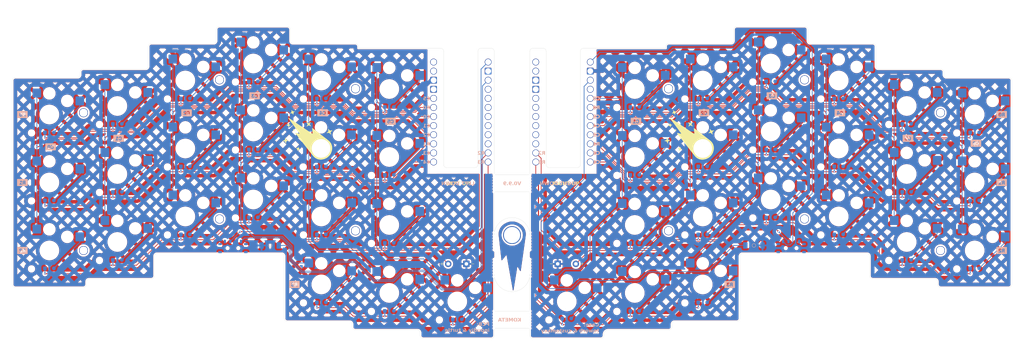
<source format=kicad_pcb>
(kicad_pcb (version 20241229) (generator "pcbnew") (generator_version "9.0")
  (layers (0 "F.Cu" signal) (2 "B.Cu" signal) (13 "F.Paste" user) (15 "B.Paste" user) (5 "F.SilkS" user "F.Silkscreen") (7 "B.SilkS" user "B.Silkscreen") (1 "F.Mask" user) (3 "B.Mask" user) (25 "Edge.Cuts" user))
  (net 0 "")
  (net 1 "ROW_L0")
  (net 2 "ROW_L1")
  (net 3 "Net-(D7-A)")
  (net 4 "Net-(D8-A)")
  (net 5 "Net-(D9-A)")
  (net 6 "Net-(D10-A)")
  (net 7 "Net-(D11-A)")
  (net 8 "Net-(D12-A)")
  (net 9 "Net-(D13-A)")
  (net 10 "ROW_L2")
  (net 11 "Net-(D14-A)")
  (net 12 "Net-(D15-A)")
  (net 13 "Net-(D16-A)")
  (net 14 "Net-(D17-A)")
  (net 15 "Net-(D18-A)")
  (net 16 "ROW_L3")
  (net 17 "Net-(D19-A)")
  (net 18 "Net-(D20-A)")
  (net 19 "Net-(D21-A)")
  (net 20 "ROW_R0")
  (net 21 "ROW_R1")
  (net 22 "Net-(D28-A)")
  (net 23 "Net-(D29-A)")
  (net 24 "Net-(D30-A)")
  (net 25 "Net-(D31-A)")
  (net 26 "Net-(D32-A)")
  (net 27 "Net-(D33-A)")
  (net 28 "Net-(D34-A)")
  (net 29 "ROW_R2")
  (net 30 "Net-(D35-A)")
  (net 31 "Net-(D36-A)")
  (net 32 "Net-(D37-A)")
  (net 33 "Net-(D38-A)")
  (net 34 "Net-(D39-A)")
  (net 35 "ROW_R3")
  (net 36 "Net-(D40-A)")
  (net 37 "Net-(D41-A)")
  (net 38 "Net-(D42-A)")
  (net 39 "RAW_L")
  (net 40 "RAW_R")
  (net 41 "GND_L")
  (net 42 "GND_R")
  (net 43 "RESET_L")
  (net 44 "RESET_R")
  (net 45 "COL_L5")
  (net 50 "COL_L3")
  (net 51 "COL_L0")
  (net 52 "COL_L4")
  (net 55 "COL_L2")
  (net 56 "COL_L1")
  (net 59 "COL_R1")
  (net 62 "COL_R3")
  (net 65 "COL_R0")
  (net 66 "COL_R4")
  (net 68 "COL_R2")
  (net 69 "COL_R5")
  (net 70 "Net-(D1-A)")
  (net 71 "Net-(D2-A)")
  (net 72 "Net-(D3-A)")
  (net 73 "Net-(D4-A)")
  (net 74 "Net-(D5-A)")
  (net 75 "Net-(D6-A)")
  (net 76 "Net-(D22-A)")
  (net 77 "Net-(D23-A)")
  (net 78 "Net-(D24-A)")
  (net 79 "Net-(D25-A)")
  (net 80 "Net-(D26-A)")
  (net 81 "Net-(D27-A)")
  (net 83 "Net-(PS_L1-B)")
  (net 84 "Net-(PS_R1-B)")
  (footprint "kometa:Diode" (layer "F.Cu") (at 116 127.5 90)
    (property "Reference" "D3" (hide yes))
    (property "Value" "~" (hide yes))
  )
  (footprint "kometa:Diode" (layer "F.Cu") (at 241.6 186.875 90)
    (property "Reference" "D41" (hide yes))
    (property "Value" "~" (hide yes))
  )
  (footprint "kometa:Diode" (layer "F.Cu") (at 279.6 122.75 90)
    (property "Reference" "D24" (hide yes))
    (property "Value" "~" (hide yes))
  )
  (footprint "kometa:M2 Hole" (layer "F.Cu") (at 87.548 170)
    (property "Reference" "H4" (hide yes))
    (property "Value" "~" (hide yes))
  )
  (footprint "kometa:Diode" (layer "F.Cu") (at 154 184.5 90)
    (property "Reference" "D19" (hide yes))
    (property "Value" "~" (hide yes))
  )
  (footprint "kometa:Diode" (layer "F.Cu") (at 116 165.5 90)
    (property "Reference" "D15" (hide yes))
    (property "Value" "~" (hide yes))
  )
  (footprint "kometa:Diode" (layer "F.Cu") (at 336.6 175 90)
    (property "Reference" "D39" (hide yes))
    (property "Value" "~" (hide yes))
  )
  (footprint "kometa:ChocV2" (layer "F.Cu") (at 97 148.625)
    (property "Reference" "SW8" (hide yes))
    (property "Value" "~" (hide yes))
  )
  (footprint "kometa:Diode" (layer "F.Cu") (at 154 146.5 90)
    (property "Reference" "D11" (hide yes))
    (property "Value" "~" (hide yes))
  )
  (footprint "kometa:ChocV2" (layer "F.Cu") (at 116 160.5)
    (property "Reference" "SW15" (hide yes))
    (property "Value" "~" (hide yes))
  )
  (footprint "kometa:Diode" (layer "F.Cu") (at 336.6 156 90)
    (property "Reference" "D33" (hide yes))
    (property "Value" "~" (hide yes))
  )
  (footprint "kometa:ChocV2" (layer "F.Cu") (at 135 117.75)
    (property "Reference" "SW4" (hide yes))
    (property "Value" "~" (hide yes))
  )
  (footprint "kometa:M2 Hole" (layer "F.Cu") (at 289.05 122.3)
    (property "Reference" "H3" (hide yes))
    (property "Value" "~" (hide yes))
  )
  (footprint "kometa:Diode" (layer "F.Cu") (at 154 165.5 90)
    (property "Reference" "D17" (hide yes))
    (property "Value" "~" (hide yes))
  )
  (footprint "kometa:ChocV2" (layer "F.Cu") (at 298.6 160.5)
    (property "Reference" "SW37" (hide yes))
    (property "Value" "~" (hide yes))
  )
  (footprint "kometa:Diode" (layer "F.Cu") (at 97 172.625 90)
    (property "Reference" "D14" (hide yes))
    (property "Value" "~" (hide yes))
  )
  (footprint "kometa:ChocV2" (layer "F.Cu") (at 260.6 179.5)
    (property "Reference" "SW42" (hide yes))
    (property "Value" "~" (hide yes))
  )
  (footprint "kometa:Diode" (layer "F.Cu") (at 173 148.875 90)
    (property "Reference" "D12" (hide yes))
    (property "Value" "~" (hide yes))
  )
  (footprint "kometa:ChocV2" (layer "F.Cu") (at 336.6 170)
    (property "Reference" "SW39" (hide yes))
    (property "Value" "~" (hide yes))
  )
  (footprint "kometa:ChocV2" (layer "F.Cu") (at 298.6 141.5)
    (property "Reference" "SW31" (hide yes))
    (property "Value" "~" (hide yes))
  )
  (footprint "kometa:ChocV2" (layer "F.Cu") (at 317.6 129.625)
    (property "Reference" "SW26" (hide yes))
    (property "Value" "~" (hide yes))
  )
  (footprint "kometa:BreakHole" (layer "F.Cu") (at 202.3 174.9)
    (property "Reference" "BH" (hide yes))
    (property "Value" "Val**" (hide yes))
  )
  (footprint "kometa:Diode" (layer "F.Cu") (at 279.6 141.75 90)
    (property "Reference" "D30" (hide yes))
    (property "Value" "~" (hide yes))
  )
  (footprint "kometa:Diode" (layer "F.Cu") (at 173 186.875 90)
    (property "Reference" "D20" (hide yes))
    (property "Value" "~" (hide yes))
  )
  (footprint "kometa:M2 Hole" (layer "F.Cu") (at 251.05 164.5)
    (property "Reference" "H12" (hide yes))
    (property "Value" "~" (hide yes))
  )
  (footprint "kometa:ChocV2" (layer "F.Cu") (at 336.6 132)
    (property "Reference" "SW27" (hide yes))
    (property "Value" "~" (hide yes))
  )
  (footprint "kometa:Diode" (layer "F.Cu") (at 78 137 90)
    (property "Reference" "D1" (hide yes))
    (property "Value" "~" (hide yes))
  )
  (footprint "kometa:ChocV2" (layer "F.Cu") (at 97 129.625)
    (property "Reference" "SW2" (hide yes))
    (property "Value" "~" (hide yes))
  )
  (footprint "kometa:Diode" (layer "F.Cu") (at 116 146.5 90)
    (property "Reference" "D9" (hide yes))
    (property "Value" "~" (hide yes))
  )
  (footprint "kometa:Diode" (layer "F.Cu") (at 241.6 129.875 90)
    (property "Reference" "D22" (hide yes))
    (property "Value" "~" (hide yes))
  )
  (footprint "kometa:ChocV2" (layer "F.Cu") (at 260.6 122.5)
    (property "Reference" "SW23" (hide yes))
    (property "Value" "~" (hide yes))
  )
  (footprint "kometa:Diode" (layer "F.Cu") (at 260.6 184.5 90)
    (property "Reference" "D42" (hide yes))
    (property "Value" "~" (hide yes))
  )
  (footprint "kometa:Diode" (layer "F.Cu") (at 154 127.5 90)
    (property "Reference" "D5" (hide yes))
    (property "Value" "~" (hide yes))
  )
  (footprint "kometa:ChocV2" (layer "F.Cu") (at 317.6 167.625)
    (property "Reference" "SW38" (hide yes))
    (property "Value" "~" (hide yes))
  )
  (footprint "kometa:Diode" (layer "F.Cu") (at 222.6 189 90)
    (property "Reference" "D40" (hide yes))
    (property "Value" "~" (hide yes))
  )
  (footprint "kometa:ChocV2" (layer "F.Cu") (at 222.6 184.25)
    (property "Reference" "SW40" (hide yes))
    (property "Value" "~" (hide yes))
  )
  (footprint "kometa:ChocV2" (layer "F.Cu") (at 241.6 143.875)
    (property "Reference" "SW28" (hide yes))
    (property "Value" "~" (hide yes))
  )
  (footprint "kometa:Diode" (layer "F.Cu") (at 78 175 90)
    (property "Reference" "D13" (hide yes))
    (property "Value" "~" (hide yes))
  )
  (footprint "kometa:BreakHole" (layer "F.Cu") (at 212.3 151.224)
    (property "Reference" "BH" (hide yes))
    (property "Value" "Val**" (hide yes))
  )
  (footprint "kometa:Diode" (layer "F.Cu") (at 135 160.75 90)
    (property "Reference" "D16" (hide yes))
    (property "Value" "~" (hide yes))
  )
  (footprint "kometa:BreakHole" (layer "F.Cu") (at 202.3 167.4)
    (property "Reference" "BH" (hide yes))
    (property "Value" "Val**" (hide yes))
  )
  (footprint "kometa:Diode" (layer "F.Cu") (at 336.6 137 90)
    (property "Reference" "D27" (hide yes))
    (property "Value" "~" (hide yes))
  )
  (footprint "kometa:Kometa" (layer "F.Cu") (at 150.58 138.15)
    (property "Reference" "G***" (hide yes))
    (property "Value" "LOGO" (hide yes))
  )
  (footprint "kometa:Reset" (layer "F.Cu") (at 139.7 168.6 180)
    (property "Reference" "R_L1" (hide yes))
    (property "Value" "~" (hide yes))
  )
  (footprint "kometa:ChocV2" (layer "F.Cu") (at 241.6 124.875)
    (property "Reference" "SW22" (hide yes))
    (property "Value" "~" (hide yes))
  )
  (footprint "kometa:ChocV2" (layer "F.Cu") (at 279.6 117.75)
    (property "Reference" "SW24" (hide yes))
    (property "Value" "~" (hide yes))
  )
  (footprint "kometa:BreakHole" (layer "F.Cu") (at 202.3 151.224)
    (property "Reference" "BH" (hide yes))
    (property "Value" "Val**" (hide yes))
  )
  (footprint "kometa:Diode" (layer "F.Cu") (at 97 134.625 90)
    (property "Reference" "D2" (hide yes))
    (property "Value" "~" (hide yes))
  )
  (footprint "kometa:Diode" (layer "F.Cu") (at 173 129.875 90)
    (property "Reference" "D6" (hide yes))
    (property "Value" "~" (hide yes))
  )
  (footprint "kometa:ChocV2" (layer "F.Cu") (at 173 143.875)
    (property "Reference" "SW12" (hide yes))
    (property "Value" "~" (hide yes))
  )
  (footprint "kometa:ChocV2" (layer "F.Cu") (at 78 170)
    (property "Reference" "SW13" (hide yes))
    (property "Value" "~" (hide yes))
  )
  (footprint "kometa:ChocV2" (layer "F.Cu") (at 260.6 141.5)
    (property "Reference" "SW29" (hide yes))
    (property "Value" "~" (hide yes))
  )
  (footprint "kometa:M2 Hole" (layer "F.Cu") (at 327.05 170)
    (property "Reference" "H11" (hide yes))
    (property "Value" "~" (hide yes))
  )
  (footprint "kometa:Diode" (layer "F.Cu") (at 192 189.25 90)
    (property "Reference" "D21" (hide yes))
    (property "Value" "~" (hide yes))
  )
  (footprint "kometa:Diode" (layer "F.Cu") (at 78 156 90)
    (property "Reference" "D7" (hide yes))
    (property "Value" "~" (hide yes))
  )
  (footprint "kometa:ChocV2" (layer "F.Cu") (at 173 124.875)
    (property "Reference" "SW6" (hide yes))
    (property "Value" "~" (hide yes))
  )
  (footprint "kometa:ChocV2" (layer "F.Cu") (at 241.6 181.875)
    (property "Reference" "SW41" (hide yes))
    (property "Value" "~" (hide yes))
  )
  (footprint "kometa:ChocV2" (layer "F.Cu") (at 78 132)
    (property "Reference" "SW1" (hide yes))
    (property "Value" "~" (hide yes))
  )
  (footprint "kometa:Diode" (layer "F.Cu") (at 298.6 127.5 90)
    (property "Reference" "D25" (hide yes))
    (property "Value" "~" (hide yes))
  )
  (footprint "kometa:Diode" (layer "F.Cu") (at 260.6 127.5 90)
    (property "Reference" "D23" (hide yes))
    (property "Value" "~" (hide yes))
  )
  (footprint "kometa:M2 Hole" (layer "F.Cu") (at 327.05 131.5)
    (property "Reference" "H8" (hide yes))
    (property "Value" "~" (hide yes))
  )
  (footprint "kometa:Diode" (layer "F.Cu") (at 279.6 160.75 90)
    (property "Reference" "D36" (hide yes))
    (property "Value" "~" (hide yes))
  )
  (footprint "kometa:Diode" (layer "F.Cu") (at 135 122.75 90)
    (property "Reference" "D4" (hide yes))
    (property "Value" "~" (hide yes))
  )
  (footprint "kometa:M2 Hole" (layer "F.Cu") (at 125.55 161.2)
    (property "Reference" "H2" (hide yes))
    (property "Value" "~" (hide yes))
  )
  (footprint "kometa:ChocV2" (layer "F.Cu") (at 97 167.625)
    (property "Reference" "SW14" (hide yes))
    (property "Value" "~" (hide yes))
  )
  (footprint "kometa:ChocV2" (layer "F.Cu") (at 173 162.875)
    (property "Reference" "SW18" (hide yes))
    (property "Value" "~" (hide yes))
  )
  (footprint "kometa:ChocV2" (layer "F.Cu") (at 317.6 148.625)
    (property "Reference" "SW32" (hide yes))
    (property "Value" "~" (hide yes))
  )
  (footprint "kometa:BreakHole" (layer "F.Cu") (at 212.3 167.4)
    (property "Reference" "BH" (hide yes))
    (property "Value" "Val**" (hide yes))
  )
  (footprint "kometa:M2 Hole" (layer "F.Cu") (at 163.55 124.8)
    (property "Reference" "H7" (hide yes))
    (property "Value" "~" (hide yes))
  )
  (footprint "kometa:ChocV2" (layer "F.Cu") (at 298.6 122.5)
    (property "Reference" "SW25" (hide yes))
    (property "Value" "~" (hide yes))
  )
  (footprint "kometa:MSK-12C02" (layer "F.Cu") (at 285.3 169.35 180)
    (property "Reference" "PS_R1" (hide yes))
    (property "Value" "~" (hide yes))
  )
  (footprint "kometa:ChocV2" (layer "F.Cu") (at 135 136.75)
    (property "Reference" "SW10" (hide yes))
    (property "Value" "~" (hide yes))
  )
  (footprint "kometa:BreakHole" (layer "F.Cu") (at 202.3 189.35)
    (property "Reference" "BH" (hide yes))
    (property "Value" "Val**" (hide yes))
  )
  (footprint "kometa:Battery" (layer "F.Cu") (at 222.6 173.75 180)
    (property "Reference" "PW_R1" (hide yes))
    (property "Value" "~" (hide yes))
  )
  (footprint "kometa:MSK-12C02" (layer "F.Cu") (at 129.3 169.35 180)
    (property "Reference" "PS_L1" (hide yes))
    (property "Value" "~" (hide yes))
  )
  (footprint "kometa:SuperMini" (layer "F.Cu") (at 193 130.035)
    (property "Reference" "SM_L1" (hide yes))
    (property "Value" "~" (hide yes))
  )
  (footprint "kometa:ChocV2" (layer "F.Cu") (at 279.6 155.75)
    (property "Reference" "SW36" (hide yes))
    (property "Value" "~" (hide yes))
  )
  (footprint "kometa:ChocV2" (layer "F.Cu") (at 78 151)
    (property "Reference" "SW7" (hide yes))
    (property "Value" "~" (hide yes))
  )
  (footprint "kometa:M2 Hole" (layer "F.Cu") (at 163.55 164.5)
    (property "Reference" "H5" (hide yes))
    (property "Value" "~" (hide yes))
  )
  (footprint "kometa:BreakHole" (layer "F.Cu") (at 212.3 189.35)
    (property "Reference" "BH" (hide yes))
    (property "Value" "Val**" (hide yes))
  )
  (footprint "kometa:ChocV2" (layer "F.Cu") (at 154 122.5)
    (property "Reference" "SW5" (hide yes))
    (property "Value" "~" (hide yes))
  )
  (footprint "kometa:Diode" (layer "F.Cu") (at 317.6 153.625 90)
    (property "Reference" "D32" (hide yes))
    (property "Value" "~" (hide yes))
  )
  (footprint "kometa:Diode" (layer "F.Cu") (at 317.6 172.625 90)
    (property "Reference" "D38" (hide yes))
    (property "Value" "~" (hide yes))
  )
  (footprint "kometa:M5 hole" (layer "F.Cu") (at 207.299999 165.7)
    (property "Reference" "KeyChainHole1" (hide yes))
    (property "Value" "~" (hide yes))
  )
  (footprint "kometa:ChocV2" (layer "F.Cu") (at 279.6 136.75)
    (property "Reference" "SW30" (hide yes))
    (property "Value" "~" (hide yes))
  )
  (footprint "kometa:Diode" (layer "F.Cu") (at 298.6 165.5 90)
    (property "Reference" "D37" (hide yes))
    (property "Value" "~" (hide yes))
  )
  (footprint "kometa:M2 Hole" (layer "F.Cu") (at 125.55 122.3)
    (property "Reference" "H10" (hide yes))
    (property "Value" "~" (hide yes))
  )
  (footprint "kometa:ChocV2" (layer "F.Cu") (at 173 181.875)
    (property "Reference" "SW20" (hide yes))
    (property "Value" "~" (hide yes))
  )
  (footprint "kometa:M2 Hole" (layer "F.Cu") (at 251.05 124.8)
    (property "Reference" "H9" (hide yes))
    (property "Value" "~" (hide yes))
  )
  (footprint "kometa:ChocV2" (layer "F.Cu") (at 154 160.5)
    (property "Reference" "SW17" (hide yes))
    (property "Value" "~" (hide yes))
  )
  (footprint "kometa:ChocV2" (layer "F.Cu") (at 154 179.5)
    (property "Reference" "SW19" (hide yes))
    (property "Value" "~" (hide yes))
  )
  (footprint "kometa:ChocV2" (layer "F.Cu") (at 260.6 160.5)
    (property "Reference" "SW35" (hide yes))
    (property "Value" "~" (hide yes))
  )
  (footprint "kometa:Diode" (layer "F.Cu") (at 241.6 167.875 90)
    (property "Reference" "D34" (hide yes))
    (property "Value" "~" (hide yes))
  )
  (footprint "kometa:ChocV2" (layer "F.Cu") (at 336.6 151)
    (property "Reference" "SW33" (hide yes))
    (property "Value" "~" (hide yes))
  )
  (footprint "kometa:BreakHole" (layer "F.Cu") (at 212.3 174.9)
    (property "Reference" "BH" (hide yes))
    (property "Value" "Val**" (hide yes))
  )
  (footprint "kometa:ChocV2" (layer "F.Cu") (at 153.92 141.5)
    (property "Reference" "SW11" (hide yes))
    (property "Value" "~" (hide yes))
  )
  (footprint "kometa:Diode" (layer "F.Cu") (at 260.6 146.5 90)
    (property "Reference" "D29" (hide yes))
    (property "Value" "~" (hide yes))
  )
  (footprint "kometa:Diode" (layer "F.Cu") (at 298.6 146.5 90)
    (property "Reference" "D31" (hide yes))
    (property "Value" "~" (hide yes))
  )
  (footprint "kometa:Diode" (layer "F.Cu") (at 97 153.625 90)
    (property "Reference" "D8" (hide yes))
    (property "Value" "~" (hide yes))
  )
  (footprint "kometa:ChocV2" (layer "F.Cu") (at 116 122.5)
    (property "Reference" "SW3" (hide yes))
    (property "Value" "~" (hide yes))
  )
  (footprint "kometa:M2 Hole" (layer "F.Cu") (at 87.55 131.5)
    (property "Reference" "H1" (hide yes))
    (property "Value" "~" (hide yes))
  )
  (footprint "kometa:Kometa" (layer "F.Cu") (at 257.25 138.16)
    (property "Reference" "G***" (hide yes))
    (property "Value" "LOGO" (hide yes))
  )
  (footprint "kometa:Diode" (layer "F.Cu") (at 241.6 148.875 90)
    (property "Reference" "D28" (hide yes))
    (property "Value" "~" (hide yes))
  )
  (footprint "kometa:ChocV2" (layer "F.Cu") (at 116 141.5)
    (property "Reference" "SW9" (hide yes))
    (property "Value" "~" (hide yes))
  )
  (footprint "kometa:ChocV2" (layer "F.Cu") (at 135 155.75)
    (property "Reference" "SW16" (hide yes))
    (property "Value" "~" (hide yes))
  )
  (footprint "kometa:M2 Hole" (layer "F.Cu") (at 289.05 161.2)
    (property "Reference" "H6" (hide yes))
    (property "Value" "~" (hide yes))
  )
  (footprint "kometa:SuperMini" (layer "F.Cu") (at 221.551 130.035)
    (property "Reference" "SM_R1" (hide yes))
    (property "Value" "~" (hide yes))
  )
  (footprint "kometa:Diode" (layer "F.Cu") (at 135 141.75 90)
    (property "Reference" "D10" (hide yes))
    (property "Value" "~" (hide yes))
  )
  (footprint "kometa:Diode" (layer "F.Cu") (at 317.6 134.625 90)
    (property "Reference" "D26" (hide yes))
    (property "Value" "~" (hide yes))
  )
  (footprint "kometa:ChocV2" (layer "F.Cu") (at 241.6 162.875)
    (property "Reference" "SW34" (hide yes))
    (property "Value" "~" (hide yes))
  )
  (footprint "kometa:Diode" (layer "F.Cu") (at 260.6 165.5 90)
    (property "Reference" "D35" (hide yes))
    (property "Value" "~" (hide yes))
  )
  (footprint "kometa:Battery" (layer "F.Cu") (at 192 173.75)
    (property "Reference" "PW_L1" (hide yes))
    (property "Value" "~" (hide yes))
  )
  (footprint "kometa:ChocV2" (layer "F.Cu") (at 192 184.25)
    (property "Reference" "SW21" (hide yes))
    (property "Value" "~" (hide yes))
  )
  (footprint "kometa:Reset" (layer "F.Cu") (at 274.9 168.6)
    (property "Reference" "R_R1" (hide yes))
    (property "Value" "~" (hide yes))
  )
  (footprint "kometa:Diode" (layer "F.Cu") (at 173 167.875 90)
    (property "Reference" "D18" (hide yes))
    (property "Value" "~" (hide yes))
  )
  (footprint "LOGO" (layer "B.Cu") (at 260.9375 131.525171 180)
    (property "Reference" "G***" (hide yes))
    (property "Value" "LOGO" (hide yes))
  )
  (footprint "LOGO" (layer "B.Cu") (at 317.9375 138.650171 180)
    (property "Reference" "G***" (hide yes))
    (property "Value" "LOGO" (hide yes))
  )
  (footprint "LOGO" (layer "B.Cu") (at 173.3375 133.900171 180)
    (property "Reference" "G***" (hide yes))
    (property "Value" "LOGO" (hide yes))
  )
  (footprint "LOGO" (layer "B.Cu") (at 154.337501 131.525171 180)
    (property "Reference" "G***" (hide yes))
    (property "Value" "LOGO" (hide yes))
  )
  (footprint "LOGO" (layer "B.Cu") (at 344.139583 131.996961 180)
    (property "Reference" "G***" (hide yes))
    (property "Value" "LOGO" (hide yes))
  )
  (footprint "LOGO" (layer "B.Cu") (at 78.337501 141.025171 180)
    (property "Reference" "G***" (hide yes))
    (property "Value" "LOGO" (hide yes))
  )
  (footprint "LOGO" (layer "B.Cu") (at 336.9375 140.025171 180)
    (property "Reference" "G***" (hide yes))
    (property "Value" "LOGO" (hide yes))
  )
  (footprint "LOGO" (layer "B.Cu") (at 70.460417 150.996961 180)
    (property "Reference" "G***" (hide yes))
    (property "Value" "LOGO" (hide yes))
  )
  (footprint "LOGO" (layer "B.Cu") (at 298.9375 131.525171 180)
    (property "Reference" "G***" (hide yes))
    (property "Value" "LOGO" (hide yes))
  )
  (footprint "LOGO" (layer "B.Cu") (at 135.3375 126.775171 180)
    (property "Reference" "G***" (hide yes))
    (property "Value" "LOGO" (hide yes))
  )
  (footprint "LOGO" (layer "B.Cu") (at 279.9375 126.775171 180)
    (property "Reference" "G***" (hide yes))
    (property "Value" "LOGO" (hide yes))
  )
  (footprint "LOGO" (layer "B.Cu") (at 344.139583 169.996961 180)
    (property "Reference" "G***" (hide yes))
    (property "Value" "LOGO" (hide yes))
  )
  (footprint "LOGO" (layer "B.Cu") (at 241.9375 133.900171 180)
    (property "Reference" "G***" (hide yes))
    (property "Value" "LOGO" (hide yes))
  )
  (footprint "LOGO" (layer "B.Cu") (at 70.460416 131.996961 180)
    (property "Reference" "G***" (hide yes))
    (property "Value" "LOGO" (hide yes))
  )
  (footprint "LOGO" (layer "B.Cu") (at 344.139583 150.996961 180)
    (property "Reference" "G***" (hide yes))
    (property "Value" "LOGO" (hide yes))
  )
  (footprint "LOGO" (layer "B.Cu") (at 268.139583 179.496961 180)
    (property "Reference" "G***" (hide yes))
    (property "Value" "LOGO" (hide yes))
  )
  (footprint "LOGO" (layer "B.Cu") (at 116.3375 131.525171 180)
    (property "Reference" "G***" (hide yes))
    (property "Value" "LOGO" (hide yes))
  )
  (footprint "LOGO" (layer "B.Cu") (at 70.460417 169.996961 180)
    (property "Reference" "G***" (hide yes))
    (property "Value" "LOGO" (hide yes))
  )
  (footprint "LOGO" (layer "B.Cu") (at 97.337501 138.650171 180)
    (property "Reference" "G***" (hide yes))
    (property "Value" "LOGO" (hide yes))
  )
  (footprint "LOGO" (layer "B.Cu") (at 146.460416 179.496961 180)
    (property "Reference" "G***" (hide yes))
    (property "Value" "LOGO" (hide yes))
  )
  (gr_poly (pts (xy 207.656164 161.918899) (xy 207.903342 161.9474) (xy 208.148593 161.992168) (xy 208.391087 162.053188) (xy 208.629994 162.130448) (xy 208.864484 162.223933) (xy 209.093726 162.33363) (xy 209.316892 162.459526) (xy 209.53685 162.593578) (xy 209.669239 162.678585) (xy 209.797005 162.769348) (xy 209.919995 162.865664) (xy 210.038055 162.967333) (xy 210.151032 163.074154) (xy 210.258773 163.185925) (xy 210.361124 163.302444) (xy 210.457931 163.423512) (xy 210.549042 163.548926) (xy 210.634304 163.678485) (xy 210.713562 163.811988) (xy 210.786664 163.949234) (xy 210.853456 164.090022) (xy 210.913784 164.23415) (xy 210.967497 164.381416) (xy 211.014439 164.531621) (xy 211.037908 164.617708) (xy 211.059054 164.704282) (xy 211.077873 164.791295) (xy 211.094363 164.878701) (xy 211.10852 164.966453) (xy 211.120341 165.054504) (xy 211.129823 165.142807) (xy 211.136963 165.231315) (xy 211.141758 165.319982) (xy 211.144205 165.40876) (xy 211.144299 165.497602) (xy 211.142039 165.586462) (xy 211.137421 165.675293) (xy 211.130443 165.764047) (xy 211.121099 165.852679) (xy 211.109389 165.94114) (xy 209.738435 175.683791) (xy 209.736928 175.691875) (xy 209.734846 175.699573) (xy 209.732219 175.706875) (xy 209.729081 175.713778) (xy 209.725463 175.720273) (xy 209.721397 175.726355) (xy 209.716915 175.732017) (xy 209.712048 175.737253) (xy 209.706831 175.742057) (xy 209.701293 175.746422) (xy 209.695467 175.750342) (xy 209.689385 175.753811) (xy 209.68308 175.756821) (xy 209.676583 175.759367) (xy 209.669925 175.761443) (xy 209.66314 175.763042) (xy 209.65626 175.764157) (xy 209.649315 175.764783) (xy 209.642339 175.764912) (xy 209.635362 175.764539) (xy 209.628418 175.763658) (xy 209.621538 175.762261) (xy 209.614755 175.760342) (xy 209.608099 175.757896) (xy 209.601604 175.754916) (xy 209.595302 175.751394) (xy 209.589223 175.747326) (xy 209.583401 175.742704) (xy 209.577867 175.737523) (xy 209.572653 175.731776) (xy 209.567792 175.725456) (xy 209.563315 175.718557) (xy 208.922915 174.64141) (xy 208.918472 174.634562) (xy 208.913649 174.628283) (xy 208.908476 174.622567) (xy 208.902986 174.617408) (xy 208.897209 174.612801) (xy 208.891178 174.608738) (xy 208.884923 174.605215) (xy 208.878476 174.602224) (xy 208.871869 174.599761) (xy 208.865133 174.597819) (xy 208.858299 174.596392) (xy 208.851399 174.595473) (xy 208.844465 174.595058) (xy 208.837528 174.59514) (xy 208.830619 174.595713) (xy 208.82377 174.596771) (xy 208.817012 174.598308) (xy 208.810376 174.600319) (xy 208.803895 174.602796) (xy 208.7976 174.605734) (xy 208.791522 174.609127) (xy 208.785692 174.612969) (xy 208.780142 174.617254) (xy 208.774904 174.621976) (xy 208.770009 174.627129) (xy 208.765488 174.632707) (xy 208.761373 174.638704) (xy 208.757695 174.645114) (xy 208.754487 174.651931) (xy 208.751778 174.659149) (xy 208.749601 174.666762) (xy 208.747988 174.674764) (xy 207.717892 181.073625) (xy 207.715918 181.083194) (xy 207.713206 181.092152) (xy 207.709807 181.1005) (xy 207.705769 181.108237) (xy 207.70114 181.115363) (xy 207.69597 181.121878) (xy 207.690307 181.127781) (xy 207.6842 181.133071) (xy 207.677697 181.137749) (xy 207.670848 181.141813) (xy 207.663701 181.145264) (xy 207.656305 181.148101) (xy 207.648708 181.150323) (xy 207.64096 181.15193) (xy 207.633109 181.152922) (xy 207.625204 181.153299) (xy 207.617294 181.153059) (xy 207.609427 181.152203) (xy 207.601652 181.150729) (xy 207.594018 181.148639) (xy 207.586574 181.14593) (xy 207.579368 181.142603) (xy 207.57245 181.138658) (xy 207.565867 181.134093) (xy 207.559669 181.128909) (xy 207.553904 181.123105) (xy 207.548622 181.116681) (xy 207.54387 181.109636) (xy 207.539699 181.10197) (xy 207.536155 181.093682) (xy 207.533289 181.084773) (xy 207.531149 181.07524) (xy 205.799717 171.39406) (xy 205.798135 171.386768) (xy 205.79607 171.379793) (xy 205.793549 171.373142) (xy 205.790596 171.366821) (xy 205.787236 171.360837) (xy 205.783493 171.355196) (xy 205.779393 171.349905) (xy 205.774961 171.34497) (xy 205.770221 171.340398) (xy 205.765198 171.336195) (xy 205.759917 171.332368) (xy 205.754403 171.328924) (xy 205.74868 171.325869) (xy 205.742774 171.323209) (xy 205.73671 171.320951) (xy 205.730512 171.319102) (xy 205.724205 171.317668) (xy 205.717814 171.316655) (xy 205.711364 171.316071) (xy 205.70488 171.315922) (xy 205.698387 171.316213) (xy 205.691908 171.316953) (xy 205.685471 171.318147) (xy 205.679098 171.319801) (xy 205.672815 171.321923) (xy 205.666647 171.324519) (xy 205.660619 171.327595) (xy 205.654756 171.331159) (xy 205.649082 171.335215) (xy 205.643622 171.339772) (xy 205.638402 171.344836) (xy 205.633445 171.350412) (xy 204.515078 172.705172) (xy 204.509962 172.710918) (xy 204.504573 172.716116) (xy 204.498938 172.720774) (xy 204.493085 172.7249) (xy 204.487038 172.728502) (xy 204.480825 172.731587) (xy 204.474472 172.734163) (xy 204.468007 172.736239) (xy 204.461455 172.737822) (xy 204.454843 172.73892) (xy 204.448198 172.73954) (xy 204.441546 172.73969) (xy 204.434914 172.739379) (xy 204.428329 172.738614) (xy 204.421817 172.737403) (xy 204.415404 172.735753) (xy 204.409117 172.733673) (xy 204.402984 172.731171) (xy 204.39703 172.728253) (xy 204.391282 172.724928) (xy 204.385766 172.721204) (xy 204.38051 172.717089) (xy 204.375539 172.71259) (xy 204.370881 172.707715) (xy 204.366562 172.702472) (xy 204.362608 172.696869) (xy 204.359047 172.690913) (xy 204.355904 172.684613) (xy 204.353207 172.677976) (xy 204.350981 172.67101) (xy 204.349254 172.663723) (xy 204.348052 172.656123) (xy 203.582393 165.824899) (xy 203.572866 165.735227) (xy 203.566163 165.650333) (xy 204.360715 165.650333) (xy 204.362081 165.804091) (xy 204.371127 165.955957) (xy 204.387669 166.105739) (xy 204.411522 166.253248) (xy 204.442502 166.398292) (xy 204.480424 166.540682) (xy 204.525103 166.680225) (xy 204.576356 166.816732) (xy 204.633997 166.950011) (xy 204.697841 167.079872) (xy 204.767705 167.206125) (xy 204.843404 167.328577) (xy 204.924753 167.44704) (xy 205.011567 167.561321) (xy 205.103662 167.671231) (xy 205.200854 167.776578) (xy 205.302957 167.877172) (xy 205.409787 167.972822) (xy 205.52116 168.063337) (xy 205.636891 168.148527) (xy 205.756796 168.2282) (xy 205.880689 168.302167) (xy 206.008387 168.370235) (xy 206.139705 168.432216) (xy 206.274457 168.487917) (xy 206.41246 168.537149) (xy 206.553529 168.57972) (xy 206.69748 168.615439) (xy 206.844127 168.644117) (xy 206.993287 168.665562) (xy 207.144774 168.679583) (xy 207.298404 168.68599) (xy 207.452162 168.684624) (xy 207.604027 168.675578) (xy 207.75381 168.659036) (xy 207.901318 168.635183) (xy 208.046363 168.604203) (xy 208.188752 168.566281) (xy 208.328295 168.521602) (xy 208.464802 168.470349) (xy 208.598081 168.412708) (xy 208.727943 168.348864) (xy 208.854195 168.279) (xy 208.976648 168.203301) (xy 209.09511 168.121952) (xy 209.209392 168.035138) (xy 209.319301 167.943043) (xy 209.424648 167.845851) (xy 209.525242 167.743748) (xy 209.620892 167.636918) (xy 209.711407 167.525545) (xy 209.796597 167.409813) (xy 209.876271 167.289909) (xy 209.950237 167.166016) (xy 210.018306 167.038318) (xy 210.080287 166.907) (xy 210.135988 166.772248) (xy 210.18522 166.634245) (xy 210.227791 166.493176) (xy 210.26351 166.349225) (xy 210.292188 166.202578) (xy 210.313632 166.053418) (xy 210.327654 165.901931) (xy 210.33406 165.748301) (xy 210.332695 165.594543) (xy 210.323649 165.442678) (xy 210.307107 165.292895) (xy 210.283254 165.145386) (xy 210.252274 165.000342) (xy 210.214352 164.857953) (xy 210.169672 164.71841) (xy 210.11842 164.581903) (xy 210.060779 164.448624) (xy 209.996934 164.318762) (xy 209.92707 164.19251) (xy 209.851372 164.070057) (xy 209.770023 163.951595) (xy 209.683209 163.837313) (xy 209.591113 163.727404) (xy 209.493922 163.622057) (xy 209.391819 163.521463) (xy 209.284988 163.425813) (xy 209.173615 163.335298) (xy 209.057884 163.250108) (xy 208.937979 163.170435) (xy 208.814086 163.096468) (xy 208.686388 163.028399) (xy 208.555071 162.966419) (xy 208.420318 162.910717) (xy 208.282315 162.861486) (xy 208.141246 162.818915) (xy 207.997296 162.783195) (xy 207.850649 162.754517) (xy 207.701489 162.733073) (xy 207.550002 162.719052) (xy 207.396372 162.712645) (xy 207.242614 162.71401) (xy 207.090749 162.723056) (xy 206.940966 162.739598) (xy 206.793457 162.763451) (xy 206.648413 162.794431) (xy 206.506023 162.832353) (xy 206.36648 162.877033) (xy 206.229973 162.928285) (xy 206.096694 162.985926) (xy 205.966833 163.049771) (xy 205.84058 163.119635) (xy 205.718128 163.195334) (xy 205.599665 163.276682) (xy 205.485384 163.363497) (xy 205.375474 163.455592) (xy 205.270127 163.552783) (xy 205.169533 163.654886) (xy 205.073883 163.761717) (xy 204.983368 163.87309) (xy 204.898178 163.988821) (xy 204.818505 164.108726) (xy 204.744538 164.232619) (xy 204.676469 164.360317) (xy 204.614489 164.491634) (xy 204.558788 164.626387) (xy 204.509556 164.76439) (xy 204.466985 164.905459) (xy 204.431266 165.049409) (xy 204.402588 165.196057) (xy 204.381143 165.345216) (xy 204.367122 165.496703) (xy 204.360715 165.650333) (xy 203.566163 165.650333) (xy 203.565777 165.645445) (xy 203.56112 165.555603) (xy 203.558891 165.465749) (xy 203.559086 165.375931) (xy 203.561698 165.2862) (xy 203.566724 165.196604) (xy 203.574159 165.107191) (xy 203.583999 165.018011) (xy 203.596237 164.929112) (xy 203.61087 164.840544) (xy 203.627892 164.752356) (xy 203.647299 164.664595) (xy 203.669087 164.577311) (xy 203.69325 164.490554) (xy 203.719783 164.404371) (xy 203.771293 164.256689) (xy 203.829433 164.112147) (xy 203.894044 163.97094) (xy 203.964966 163.833263) (xy 204.042041 163.699311) (xy 204.12511 163.569278) (xy 204.214015 163.443359) (xy 204.308596 163.321749) (xy 204.408695 163.204642) (xy 204.514153 163.092234) (xy 204.624811 162.984719) (xy 204.74051 162.882291) (xy 204.861092 162.785146) (xy 204.986398 162.693479) (xy 205.116268 162.607483) (xy 205.250545 162.527354) (xy 205.481784 162.396627) (xy 205.708958 162.278117) (xy 205.941675 162.175997) (xy 206.179104 162.090251) (xy 206.420416 162.020868) (xy 206.66478 161.967832) (xy 206.911367 161.931131) (xy 207.159347 161.910751) (xy 207.407889 161.906678)) (fill yes) (layer "F.Cu"))
  (gr_poly (pts (xy 207.656164 161.918566) (xy 207.903342 161.947067) (xy 208.148593 161.991835) (xy 208.391087 162.052855) (xy 208.629994 162.130115) (xy 208.864484 162.2236) (xy 209.093726 162.333297) (xy 209.316892 162.459193) (xy 209.53685 162.593245) (xy 209.669239 162.678252) (xy 209.797005 162.769015) (xy 209.919995 162.865331) (xy 210.038055 162.967) (xy 210.151032 163.073821) (xy 210.258773 163.185592) (xy 210.361124 163.302111) (xy 210.457931 163.423179) (xy 210.549042 163.548593) (xy 210.634304 163.678152) (xy 210.713562 163.811655) (xy 210.786664 163.948901) (xy 210.853456 164.089689) (xy 210.913784 164.233817) (xy 210.967497 164.381083) (xy 211.014439 164.531288) (xy 211.037908 164.617375) (xy 211.059054 164.703949) (xy 211.077873 164.790962) (xy 211.094363 164.878368) (xy 211.10852 164.96612) (xy 211.120341 165.054171) (xy 211.129823 165.142474) (xy 211.136963 165.230982) (xy 211.141758 165.319649) (xy 211.144205 165.408427) (xy 211.144299 165.497269) (xy 211.142039 165.586129) (xy 211.137421 165.67496) (xy 211.130443 165.763714) (xy 211.121099 165.852346) (xy 211.109389 165.940807) (xy 209.738435 175.683458) (xy 209.736928 175.691542) (xy 209.734846 175.69924) (xy 209.732219 175.706542) (xy 209.729081 175.713445) (xy 209.725463 175.71994) (xy 209.721397 175.726022) (xy 209.716915 175.731684) (xy 209.712048 175.73692) (xy 209.706831 175.741724) (xy 209.701293 175.746089) (xy 209.695467 175.750009) (xy 209.689385 175.753478) (xy 209.68308 175.756488) (xy 209.676583 175.759034) (xy 209.669925 175.76111) (xy 209.66314 175.762709) (xy 209.65626 175.763824) (xy 209.649315 175.76445) (xy 209.642339 175.764579) (xy 209.635362 175.764206) (xy 209.628418 175.763325) (xy 209.621538 175.761928) (xy 209.614755 175.760009) (xy 209.608099 175.757563) (xy 209.601604 175.754583) (xy 209.595302 175.751061) (xy 209.589223 175.746993) (xy 209.583401 175.742371) (xy 209.577867 175.73719) (xy 209.572653 175.731443) (xy 209.567792 175.725123) (xy 209.563315 175.718224) (xy 208.922915 174.641077) (xy 208.918472 174.634229) (xy 208.913649 174.62795) (xy 208.908476 174.622234) (xy 208.902986 174.617075) (xy 208.897209 174.612468) (xy 208.891178 174.608405) (xy 208.884923 174.604882) (xy 208.878476 174.601891) (xy 208.871869 174.599428) (xy 208.865133 174.597486) (xy 208.858299 174.596059) (xy 208.851399 174.59514) (xy 208.844465 174.594725) (xy 208.837528 174.594807) (xy 208.830619 174.59538) (xy 208.82377 174.596438) (xy 208.817012 174.597975) (xy 208.810376 174.599986) (xy 208.803895 174.602463) (xy 208.7976 174.605401) (xy 208.791522 174.608794) (xy 208.785692 174.612636) (xy 208.780142 174.616921) (xy 208.774904 174.621643) (xy 208.770009 174.626796) (xy 208.765488 174.632374) (xy 208.761373 174.638371) (xy 208.757695 174.644781) (xy 208.754487 174.651598) (xy 208.751778 174.658816) (xy 208.749601 174.666429) (xy 208.747988 174.674431) (xy 207.717892 181.073292) (xy 207.715918 181.082861) (xy 207.713206 181.091819) (xy 207.709807 181.100167) (xy 207.705769 181.107904) (xy 207.70114 181.11503) (xy 207.69597 181.121545) (xy 207.690307 181.127448) (xy 207.6842 181.132738) (xy 207.677697 181.137416) (xy 207.670848 181.14148) (xy 207.663701 181.144931) (xy 207.656305 181.147768) (xy 207.648708 181.14999) (xy 207.64096 181.151597) (xy 207.633109 181.152589) (xy 207.625204 181.152966) (xy 207.617294 181.152726) (xy 207.609427 181.15187) (xy 207.601652 181.150396) (xy 207.594018 181.148306) (xy 207.586574 181.145597) (xy 207.579368 181.14227) (xy 207.57245 181.138325) (xy 207.565867 181.13376) (xy 207.559669 181.128576) (xy 207.553904 181.122772) (xy 207.548622 181.116348) (xy 207.54387 181.109303) (xy 207.539699 181.101637) (xy 207.536155 181.093349) (xy 207.533289 181.08444) (xy 207.531149 181.074907) (xy 205.799717 171.393727) (xy 205.798135 171.386435) (xy 205.79607 171.37946) (xy 205.793549 171.372809) (xy 205.790596 171.366488) (xy 205.787236 171.360504) (xy 205.783493 171.354863) (xy 205.779393 171.349572) (xy 205.774961 171.344637) (xy 205.770221 171.340065) (xy 205.765198 171.335862) (xy 205.759917 171.332035) (xy 205.754403 171.328591) (xy 205.74868 171.325536) (xy 205.742774 171.322876) (xy 205.73671 171.320618) (xy 205.730512 171.318769) (xy 205.724205 171.317335) (xy 205.717814 171.316322) (xy 205.711364 171.315738) (xy 205.70488 171.315589) (xy 205.698387 171.31588) (xy 205.691908 171.31662) (xy 205.685471 171.317814) (xy 205.679098 171.319468) (xy 205.672815 171.32159) (xy 205.666647 171.324186) (xy 205.660619 171.327262) (xy 205.654756 171.330826) (xy 205.649082 171.334882) (xy 205.643622 171.339439) (xy 205.638402 171.344503) (xy 205.633445 171.350079) (xy 204.515078 172.704839) (xy 204.509962 172.710585) (xy 204.504573 172.715783) (xy 204.498938 172.720441) (xy 204.493085 172.724567) (xy 204.487038 172.728169) (xy 204.480825 172.731254) (xy 204.474472 172.73383) (xy 204.468007 172.735906) (xy 204.461455 172.737489) (xy 204.454843 172.738587) (xy 204.448198 172.739207) (xy 204.441546 172.739357) (xy 204.434914 172.739046) (xy 204.428329 172.738281) (xy 204.421817 172.73707) (xy 204.415404 172.73542) (xy 204.409117 172.73334) (xy 204.402984 172.730838) (xy 204.39703 172.72792) (xy 204.391282 172.724595) (xy 204.385766 172.720871) (xy 204.38051 172.716756) (xy 204.375539 172.712257) (xy 204.370881 172.707382) (xy 204.366562 172.702139) (xy 204.362608 172.696536) (xy 204.359047 172.69058) (xy 204.355904 172.68428) (xy 204.353207 172.677643) (xy 204.350981 172.670677) (xy 204.349254 172.66339) (xy 204.348052 172.65579) (xy 203.582393 165.824566) (xy 203.572866 165.734894) (xy 203.566163 165.65) (xy 204.360715 165.65) (xy 204.362081 165.803758) (xy 204.371127 165.955624) (xy 204.387669 166.105406) (xy 204.411522 166.252915) (xy 204.442502 166.397959) (xy 204.480424 166.540349) (xy 204.525103 166.679892) (xy 204.576356 166.816399) (xy 204.633997 166.949678) (xy 204.697841 167.079539) (xy 204.767705 167.205792) (xy 204.843404 167.328244) (xy 204.924753 167.446707) (xy 205.011567 167.560988) (xy 205.103662 167.670898) (xy 205.200854 167.776245) (xy 205.302957 167.876839) (xy 205.409787 167.972489) (xy 205.52116 168.063004) (xy 205.636891 168.148194) (xy 205.756796 168.227867) (xy 205.880689 168.301834) (xy 206.008387 168.369902) (xy 206.139705 168.431883) (xy 206.274457 168.487584) (xy 206.41246 168.536816) (xy 206.553529 168.579387) (xy 206.69748 168.615106) (xy 206.844127 168.643784) (xy 206.993287 168.665229) (xy 207.144774 168.67925) (xy 207.298404 168.685657) (xy 207.452162 168.684291) (xy 207.604027 168.675245) (xy 207.75381 168.658703) (xy 207.901318 168.63485) (xy 208.046363 168.60387) (xy 208.188752 168.565948) (xy 208.328295 168.521269) (xy 208.464802 168.470016) (xy 208.598081 168.412375) (xy 208.727943 168.348531) (xy 208.854195 168.278667) (xy 208.976648 168.202968) (xy 209.09511 168.121619) (xy 209.209392 168.034805) (xy 209.319301 167.94271) (xy 209.424648 167.845518) (xy 209.525242 167.743415) (xy 209.620892 167.636585) (xy 209.711407 167.525212) (xy 209.796597 167.40948) (xy 209.876271 167.289576) (xy 209.950237 167.165683) (xy 210.018306 167.037985) (xy 210.080287 166.906667) (xy 210.135988 166.771915) (xy 210.18522 166.633912) (xy 210.227791 166.492843) (xy 210.26351 166.348892) (xy 210.292188 166.202245) (xy 210.313632 166.053085) (xy 210.327654 165.901598) (xy 210.33406 165.747968) (xy 210.332695 165.59421) (xy 210.323649 165.442345) (xy 210.307107 165.292562) (xy 210.283254 165.145053) (xy 210.252274 165.000009) (xy 210.214352 164.85762) (xy 210.169672 164.718077) (xy 210.11842 164.58157) (xy 210.060779 164.448291) (xy 209.996934 164.318429) (xy 209.92707 164.192177) (xy 209.851372 164.069724) (xy 209.770023 163.951262) (xy 209.683209 163.83698) (xy 209.591113 163.727071) (xy 209.493922 163.621724) (xy 209.391819 163.52113) (xy 209.284988 163.42548) (xy 209.173615 163.334965) (xy 209.057884 163.249775) (xy 208.937979 163.170102) (xy 208.814086 163.096135) (xy 208.686388 163.028066) (xy 208.555071 162.966086) (xy 208.420318 162.910384) (xy 208.282315 162.861153) (xy 208.141246 162.818582) (xy 207.997296 162.782862) (xy 207.850649 162.754184) (xy 207.701489 162.73274) (xy 207.550002 162.718719) (xy 207.396372 162.712312) (xy 207.242614 162.713677) (xy 207.090749 162.722723) (xy 206.940966 162.739265) (xy 206.793457 162.763118) (xy 206.648413 162.794098) (xy 206.506023 162.83202) (xy 206.36648 162.8767) (xy 206.229973 162.927952) (xy 206.096694 162.985593) (xy 205.966833 163.049438) (xy 205.84058 163.119302) (xy 205.718128 163.195001) (xy 205.599665 163.276349) (xy 205.485384 163.363164) (xy 205.375474 163.455259) (xy 205.270127 163.55245) (xy 205.169533 163.654553) (xy 205.073883 163.761384) (xy 204.983368 163.872757) (xy 204.898178 163.988488) (xy 204.818505 164.108393) (xy 204.744538 164.232286) (xy 204.676469 164.359984) (xy 204.614489 164.491301) (xy 204.558788 164.626054) (xy 204.509556 164.764057) (xy 204.466985 164.905126) (xy 204.431266 165.049076) (xy 204.402588 165.195724) (xy 204.381143 165.344883) (xy 204.367122 165.49637) (xy 204.360715 165.65) (xy 203.566163 165.65) (xy 203.565777 165.645112) (xy 203.56112 165.55527) (xy 203.558891 165.465416) (xy 203.559086 165.375598) (xy 203.561698 165.285867) (xy 203.566724 165.196271) (xy 203.574159 165.106858) (xy 203.583999 165.017678) (xy 203.596237 164.928779) (xy 203.61087 164.840211) (xy 203.627892 164.752023) (xy 203.647299 164.664262) (xy 203.669087 164.576978) (xy 203.69325 164.490221) (xy 203.719783 164.404038) (xy 203.771293 164.256356) (xy 203.829433 164.111814) (xy 203.894044 163.970607) (xy 203.964966 163.83293) (xy 204.042041 163.698978) (xy 204.12511 163.568945) (xy 204.214015 163.443026) (xy 204.308596 163.321416) (xy 204.408695 163.204309) (xy 204.514153 163.091901) (xy 204.624811 162.984386) (xy 204.74051 162.881958) (xy 204.861092 162.784813) (xy 204.986398 162.693146) (xy 205.116268 162.60715) (xy 205.250545 162.527021) (xy 205.481784 162.396294) (xy 205.708958 162.277784) (xy 205.941675 162.175664) (xy 206.179104 162.089918) (xy 206.420416 162.020535) (xy 206.66478 161.967499) (xy 206.911367 161.930798) (xy 207.159347 161.910418) (xy 207.407889 161.906345)) (fill yes) (layer "B.Cu"))
  (gr_line (start 67.7 122.5) (end 67.7 179.5) (stroke (width 0.05)) (layer "Edge.Cuts"))
  (gr_line (start 307.3 171.6) (end 307.3 177.125) (stroke (width 0.05)) (layer "Edge.Cuts"))
  (gr_arc (start 328.7 121.7) (mid 328.134315 121.465685) (end 327.9 120.9) (stroke (width 0.05)) (layer "Edge.Cuts"))
  (gr_line (start 270.9 171.6) (end 270.9 189) (stroke (width 0.05)) (layer "Edge.Cuts"))
  (gr_arc (start 308.1 177.925) (mid 307.534315 177.690685) (end 307.3 177.125) (stroke (width 0.05)) (layer "Edge.Cuts"))
  (gr_line (start 202.3 114.3) (end 202.3 148.824) (stroke (width 0.05)) (layer "Edge.Cuts"))
  (gr_line (start 327.1 119.325) (end 309.7 119.325) (stroke (width 0.05)) (layer "Edge.Cuts"))
  (gr_arc (start 308.1 112.2) (mid 308.665685 112.434315) (end 308.9 113) (stroke (width 0.05)) (layer "Edge.Cuts"))
  (gr_arc (start 67.7 122.5) (mid 67.934315 121.934315) (end 68.5 121.7) (stroke (width 0.05)) (layer "Edge.Cuts"))
  (gr_line (start 144.5 107.45) (end 125.5 107.45) (stroke (width 0.05)) (layer "Edge.Cuts"))
  (gr_arc (start 105.7 113) (mid 105.934315 112.434315) (end 106.5 112.2) (stroke (width 0.05)) (layer "Edge.Cuts"))
  (gr_arc (start 269.3 111.4) (mid 269.065685 111.965685) (end 268.5 112.2) (stroke (width 0.05)) (layer "Edge.Cuts"))
  (gr_arc (start 180.9 192.18) (mid 181.465685 192.414315) (end 181.7 192.98) (stroke (width 0.05)) (layer "Edge.Cuts"))
  (gr_arc (start 202.3 165.8) (mid 203.764466 162.264466) (end 207.3 160.8) (stroke (width 0.05)) (layer "Edge.Cuts"))
  (gr_line (start 89.1 177.925) (end 106.5 177.925) (stroke (width 0.05)) (layer "Edge.Cuts"))
  (gr_line (start 327.1 180.3) (end 346.1 180.3) (stroke (width 0.05)) (layer "Edge.Cuts"))
  (gr_arc (start 86.7 120.125) (mid 86.934315 119.559315) (end 87.5 119.325) (stroke (width 0.05)) (layer "Edge.Cuts"))
  (gr_line (start 232.9 193.475) (end 232.9 193.75) (stroke (width 0.05)) (layer "Edge.Cuts"))
  (gr_line (start 164.3 113.5) (end 187.385 113.5) (stroke (width 0.05)) (layer "Edge.Cuts"))
  (gr_arc (start 124.7 111.4) (mid 124.465685 111.965685) (end 123.9 112.2) (stroke (width 0.05)) (layer "Edge.Cuts"))
  (gr_arc (start 142.9 170.8) (mid 143.465685 171.034315) (end 143.7 171.6) (stroke (width 0.05)) (layer "Edge.Cuts"))
  (gr_line (start 212.3 153.624) (end 212.3 165.8) (stroke (width 0.05)) (layer "Edge.Cuts"))
  (gr_line (start 250.3 113) (end 250.3 113.5) (stroke (width 0.05)) (layer "Edge.Cuts"))
  (gr_line (start 124.7 111.4) (end 124.7 108.25) (stroke (width 0.05)) (layer "Edge.Cuts"))
  (gr_line (start 251.9 190.6) (end 251.9 191.38) (stroke (width 0.05)) (layer "Edge.Cuts"))
  (gr_arc (start 207.3 181.5) (mid 203.764466 180.035534) (end 202.3 176.5) (stroke (width 0.05)) (layer "Edge.Cuts"))
  (gr_line (start 105.7 118.525) (end 105.7 113) (stroke (width 0.05)) (layer "Edge.Cuts"))
  (gr_arc (start 269.3 108.25) (mid 269.534315 107.684315) (end 270.1 107.45) (stroke (width 0.05)) (layer "Edge.Cuts"))
  (gr_arc (start 226.415 146.024) (mid 226.180685 146.589685) (end 225.615 146.824) (stroke (width 0.05)) (layer "Edge.Cuts"))
  (gr_arc (start 212.3 114.3) (mid 212.534315 113.734315) (end 213.1 113.5) (stroke (width 0.05)) (layer "Edge.Cuts"))
  (gr_line (start 202.3 193.75) (end 202.3 191.75) (stroke (width 0.05)) (layer "Edge.Cuts"))
  (gr_line (start 252.7 189.8) (end 270.1 189.8) (stroke (width 0.05)) (layer "Edge.Cuts"))
  (gr_arc (start 202.3 193.75) (mid 202.065685 194.315685) (end 201.5 194.55) (stroke (width 0.05)) (layer "Edge.Cuts"))
  (gr_arc (start 251.9 191.38) (mid 251.665685 191.945685) (end 251.1 192.18) (stroke (width 0.05)) (layer "Edge.Cuts"))
  (gr_line (start 212.3 193.75) (end 212.3 191.75) (stroke (width 0.05)) (layer "Edge.Cuts"))
  (gr_line (start 86.7 120.9) (end 86.7 120.125) (stroke (width 0.05)) (layer "Edge.Cuts"))
  (gr_line (start 87.5 180.3) (end 68.5 180.3) (stroke (width 0.05)) (layer "Edge.Cuts"))
  (gr_arc (start 187.385 113.5) (mid 187.950685 113.734315) (end 188.185 114.3) (stroke (width 0.05)) (layer "Edge.Cuts"))
  (gr_line (start 87.5 119.325) (end 104.9 119.325) (stroke (width 0.05)) (layer "Edge.Cuts"))
  (gr_line (start 251.1 112.2) (end 268.5 112.2) (stroke (width 0.05)) (layer "Edge.Cuts"))
  (gr_arc (start 327.1 119.325) (mid 327.665685 119.559315) (end 327.9 120.125) (stroke (width 0.05)) (layer "Edge.Cuts"))
  (gr_arc (start 105.7 118.525) (mid 105.465685 119.090685) (end 104.9 119.325) (stroke (width 0.05)) (layer "Edge.Cuts"))
  (gr_line (start 107.3 171.6) (end 107.3 177.125) (stroke (width 0.05)) (layer "Edge.Cuts"))
  (gr_arc (start 232.9 193.475) (mid 233.280761 192.555761) (end 234.2 192.175) (stroke (width 0.05)) (layer "Edge.Cuts"))
  (gr_arc (start 163.5 192.175) (mid 162.934315 191.940685) (end 162.7 191.375) (stroke (width 0.05)) (layer "Edge.Cuts"))
  (gr_arc (start 217.615 146.824) (mid 217.049315 146.589685) (end 216.815 146.024) (stroke (width 0.05)) (layer "Edge.Cuts"))
  (gr_arc (start 197.785 114.3) (mid 198.019315 113.734315) (end 198.585 113.5) (stroke (width 0.05)) (layer "Edge.Cuts"))
  (gr_arc (start 144.5 189.8) (mid 143.934315 189.565685) (end 143.7 189) (stroke (width 0.05)) (layer "Edge.Cuts"))
  (gr_line (start 289.9 111.4) (end 289.9 108.25) (stroke (width 0.05)) (layer "Edge.Cuts"))
  (gr_line (start 142.9 170.8) (end 108.1 170.8) (stroke (width 0.05)) (layer "Edge.Cuts"))
  (gr_line (start 123.9 112.2) (end 106.5 112.2) (stroke (width 0.05)) (layer "Edge.Cuts"))
  (gr_line (start 327.9 120.9) (end 327.9 120.125) (stroke (width 0.05)) (layer "Edge.Cuts"))
  (gr_arc (start 327.1 180.3) (mid 326.534315 180.065685) (end 326.3 179.5) (stroke (width 0.05)) (layer "Edge.Cuts"))
  (gr_arc (start 146.1 112.2) (mid 145.534315 111.965685) (end 145.3 111.4) (stroke (width 0.05)) (layer "Edge.Cuts"))
  (gr_arc (start 86.7 120.9) (mid 86.465685 121.465685) (end 85.9 121.7) (stroke (width 0.05)) (layer "Edge.Cuts"))
  (gr_arc (start 207.3 160.8) (mid 210.835534 162.264466) (end 212.3 165.8) (stroke (width 0.05)) (layer "Edge.Cuts"))
  (gr_line (start 180.9 192.175) (end 163.5 192.175) (stroke (width 0.05)) (layer "Edge.Cuts"))
  (gr_arc (start 188.985 146.824) (mid 188.419315 146.589685) (end 188.185 146.024) (stroke (width 0.05)) (layer "Edge.Cuts"))
  (gr_arc (start 88.3 178.725) (mid 88.534315 178.159315) (end 89.1 177.925) (stroke (width 0.05)) (layer "Edge.Cuts"))
  (gr_line (start 232.1 194.550001) (end 213.1 194.55) (stroke (width 0.05)) (layer "Edge.Cuts"))
  (gr_arc (start 161.9 189.8) (mid 162.465685 190.034315) (end 162.7 190.6) (stroke (width 0.05)) (layer "Edge.Cuts"))
  (gr_line (start 216.015 113.5) (end 213.1 113.5) (stroke (width 0.05)) (layer "Edge.Cuts"))
  (gr_line (start 164.3 113) (end 164.3 113.5) (stroke (width 0.05)) (layer "Edge.Cuts"))
  (gr_line (start 88.3 178.725) (end 88.3 179.5) (stroke (width 0.05)) (layer "Edge.Cuts"))
  (gr_line (start 212.3 153.624) (end 202.3 153.624) (stroke (width 0.05)) (layer "Edge.Cuts"))
  (gr_arc (start 107.3 171.6) (mid 107.534315 171.034315) (end 108.1 170.8) (stroke (width 0.05)) (layer "Edge.Cuts"))
  (gr_arc (start 270.9 189) (mid 270.665685 189.565685) (end 270.1 189.8) (stroke (width 0.05)) (layer "Edge.Cuts"))
  (gr_line (start 212.3 148.824) (end 202.3 148.824) (stroke (width 0.05)) (layer "Edge.Cuts"))
  (gr_line (start 325.5 177.925) (end 308.1 177.925) (stroke (width 0.05)) (layer "Edge.Cuts"))
  (gr_line (start 202.3 186.95) (end 202.3 176.5) (stroke (width 0.05)) (layer "Edge.Cuts"))
  (gr_line (start 143.7 171.6) (end 143.7 189) (stroke (width 0.05)) (layer "Edge.Cuts"))
  (gr_line (start 162.7 190.6) (end 162.7 191.375) (stroke (width 0.05)) (layer "Edge.Cuts"))
  (gr_line (start 197.785 146.024) (end 197.785 114.3) (stroke (width 0.05)) (layer "Edge.Cuts"))
  (gr_line (start 181.7 192.98) (end 181.7 193.75) (stroke (width 0.05)) (layer "Edge.Cuts"))
  (gr_arc (start 88.3 179.5) (mid 88.065685 180.065685) (end 87.5 180.3) (stroke (width 0.05)) (layer "Edge.Cuts"))
  (gr_line (start 198.585 113.5) (end 201.5 113.5) (stroke (width 0.05)) (layer "Edge.Cuts"))
  (gr_arc (start 309.7 119.325) (mid 309.134315 119.090685) (end 308.9 118.525) (stroke (width 0.05)) (layer "Edge.Cuts"))
  (gr_arc (start 124.7 108.25) (mid 124.934315 107.684315) (end 125.5 107.45) (stroke (width 0.05)) (layer "Edge.Cuts"))
  (gr_arc (start 346.9 179.5) (mid 346.665685 180.065685) (end 346.1 180.3) (stroke (width 0.05)) (layer "Edge.Cuts"))
  (gr_arc (start 213.1 194.55) (mid 212.534315 194.315685) (end 212.3 193.75) (stroke (width 0.05)) (layer "Edge.Cuts"))
  (gr_arc (start 163.5 112.2) (mid 164.065685 112.434315) (end 164.3 113) (stroke (width 0.05)) (layer "Edge.Cuts"))
  (gr_line (start 326.3 178.725) (end 326.3 179.5) (stroke (width 0.05)) (layer "Edge.Cuts"))
  (gr_arc (start 197.785 146.024) (mid 197.550685 146.589685) (end 196.985 146.824) (stroke (width 0.05)) (layer "Edge.Cuts"))
  (gr_line (start 182.5 194.550001) (end 201.5 194.55) (stroke (width 0.05)) (layer "Edge.Cuts"))
  (gr_arc (start 251.9 190.6) (mid 252.134315 190.034315) (end 252.7 189.8) (stroke (width 0.05)) (layer "Edge.Cuts"))
  (gr_line (start 226.415 146.024) (end 226.415 114.3) (stroke (width 0.05)) (layer "Edge.Cuts"))
  (gr_arc (start 226.415 114.3) (mid 226.649315 113.734315) (end 227.215 113.5) (stroke (width 0.05)) (layer "Edge.Cuts"))
  (gr_arc (start 107.3 177.125) (mid 107.065685 177.690685) (end 106.5 177.925) (stroke (width 0.05)) (layer "Edge.Cuts"))
  (gr_line (start 196.985 146.824) (end 188.985 146.824) (stroke (width 0.05)) (layer "Edge.Cuts"))
  (gr_arc (start 232.9 193.75) (mid 232.665685 194.315685) (end 232.1 194.55) (stroke (width 0.05)) (layer "Edge.Cuts"))
  (gr_line (start 234.2 192.175) (end 251.1 192.175) (stroke (width 0.05)) (layer "Edge.Cuts"))
  (gr_line (start 85.9 121.7) (end 68.5 121.7) (stroke (width 0.05)) (layer "Edge.Cuts"))
  (gr_arc (start 68.5 180.3) (mid 67.934315 180.065685) (end 67.7 179.5) (stroke (width 0.05)) (layer "Edge.Cuts"))
  (gr_line (start 308.9 118.525) (end 308.9 113) (stroke (width 0.05)) (layer "Edge.Cuts"))
  (gr_line (start 270.1 107.45) (end 289.1 107.45) (stroke (width 0.05)) (layer "Edge.Cuts"))
  (gr_line (start 250.3 113.5) (end 227.215 113.5) (stroke (width 0.05)) (layer "Edge.Cuts"))
  (gr_line (start 290.7 112.2) (end 308.1 112.2) (stroke (width 0.05)) (layer "Edge.Cuts"))
  (gr_line (start 202.3 153.624) (end 202.3 165.8) (stroke (width 0.05)) (layer "Edge.Cuts"))
  (gr_line (start 188.185 146.024) (end 188.185 114.3) (stroke (width 0.05)) (layer "Edge.Cuts"))
  (gr_arc (start 346.1 121.7) (mid 346.665685 121.934315) (end 346.9 122.5) (stroke (width 0.05)) (layer "Edge.Cuts"))
  (gr_line (start 271.7 170.8) (end 306.5 170.8) (stroke (width 0.05)) (layer "Edge.Cuts"))
  (gr_arc (start 201.5 113.5) (mid 202.065685 113.734315) (end 202.3 114.3) (stroke (width 0.05)) (layer "Edge.Cuts"))
  (gr_line (start 145.3 111.4) (end 145.3 108.25) (stroke (width 0.05)) (layer "Edge.Cuts"))
  (gr_line (start 346.9 122.5) (end 346.9 179.5) (stroke (width 0.05)) (layer "Edge.Cuts"))
  (gr_line (start 212.3 191.75) (end 202.3 191.75) (stroke (width 0.05)) (layer "Edge.Cuts"))
  (gr_arc (start 306.5 170.8) (mid 307.065685 171.034315) (end 307.3 171.6) (stroke (width 0.05)) (layer "Edge.Cuts"))
  (gr_line (start 212.3 186.95) (end 202.3 186.95) (stroke (width 0.05)) (layer "Edge.Cuts"))
  (gr_arc (start 325.5 177.925) (mid 326.065685 178.159315) (end 326.3 178.725) (stroke (width 0.05)) (layer "Edge.Cuts"))
  (gr_line (start 269.3 111.4) (end 269.3 108.25) (stroke (width 0.05)) (layer "Edge.Cuts"))
  (gr_line (start 212.3 114.3) (end 212.3 148.824) (stroke (width 0.05)) (layer "Edge.Cuts"))
  (gr_line (start 161.9 189.8) (end 144.5 189.8) (stroke (width 0.05)) (layer "Edge.Cuts"))
  (gr_arc (start 216.015 113.5) (mid 216.580685 113.734315) (end 216.815 114.3) (stroke (width 0.05)) (layer "Edge.Cuts"))
  (gr_arc (start 290.7 112.2) (mid 290.134315 111.965685) (end 289.9 111.4) (stroke (width 0.05)) (layer "Edge.Cuts"))
  (gr_arc (start 182.5 194.55) (mid 181.934315 194.315685) (end 181.7 193.75) (stroke (width 0.05)) (layer "Edge.Cuts"))
  (gr_line (start 212.3 186.95) (end 212.3 176.5) (stroke (width 0.05)) (layer "Edge.Cuts"))
  (gr_arc (start 250.3 113) (mid 250.534315 112.434315) (end 251.1 112.2) (stroke (width 0.05)) (layer "Edge.Cuts"))
  (gr_line (start 225.615 146.824) (end 217.615 146.824) (stroke (width 0.05)) (layer "Edge.Cuts"))
  (gr_arc (start 270.9 171.6) (mid 271.134315 171.034315) (end 271.7 170.8) (stroke (width 0.05)) (layer "Edge.Cuts"))
  (gr_line (start 328.7 121.7) (end 346.1 121.7) (stroke (width 0.05)) (layer "Edge.Cuts"))
  (gr_arc (start 289.1 107.45) (mid 289.665685 107.684315) (end 289.9 108.25) (stroke (width 0.05)) (layer "Edge.Cuts"))
  (gr_line (start 163.5 112.2) (end 146.1 112.2) (stroke (width 0.05)) (layer "Edge.Cuts"))
  (gr_line (start 216.815 146.024) (end 216.815 114.3) (stroke (width 0.05)) (layer "Edge.Cuts"))
  (gr_arc (start 212.3 176.5) (mid 210.835534 180.035534) (end 207.3 181.5) (stroke (width 0.05)) (layer "Edge.Cuts"))
  (gr_arc (start 144.5 107.45) (mid 145.065685 107.684315) (end 145.3 108.25) (stroke (width 0.05)) (layer "Edge.Cuts"))
  (gr_text "LEFT UP" (at 189.09 151.91 0) (layer "F.SilkS") (effects (font (size 1 1) (thickness 0.25) (bold yes)) (justify left bottom)))
  (gr_text "RIGHT UP" (at 218.626187 151.910069 0) (layer "F.SilkS") (effects (font (size 1 1) (thickness 0.25) (bold yes)) (justify left bottom)))
  (gr_text "C4" (at 231.89 135.8 0) (layer "B.SilkS") (effects (font (size 1 1) (thickness 0.25) (bold yes)) (justify left bottom mirror)))
  (gr_text "C0" (at 184.425 133.29 0) (layer "B.SilkS") (effects (font (size 1 1) (thickness 0.25) (bold yes)) (justify left bottom mirror)))
  (gr_text "PCB:\ninpudiy & turtle" (at 201.025 192.921571 0) (layer "B.SilkS") (effects (font (size 1 1) (thickness 0.25) (bold yes)) (justify left bottom mirror)))
  (gr_text "C5" (at 231.888607 133.261069 0) (layer "B.SilkS") (effects (font (size 1 1) (thickness 0.25) (bold yes)) (justify left bottom mirror)))
  (gr_text "RIGHT DOWN" (at 225.480618 151.910069 0) (layer "B.SilkS") (effects (font (size 1 1) (thickness 0.25) (bold yes)) (justify left bottom mirror)))
  (gr_text "C1\n" (at 231.888607 145.961069 0) (layer "B.SilkS") (effects (font (size 1 1) (thickness 0.25) (bold yes)) (justify left bottom mirror)))
  (gr_text "C2" (at 231.89 143.42 0) (layer "B.SilkS") (effects (font (size 1 1) (thickness 0.25) (bold yes)) (justify left bottom mirror)))
  (gr_text "R3" (at 216.64 145.961069 0) (layer "B.SilkS") (effects (font (size 1 1) (thickness 0.25) (bold yes)) (justify left bottom mirror)))
  (gr_text "Case: \ntoworb & customkey" (at 231.625 193.07 0) (layer "B.SilkS") (effects (font (size 1 1) (thickness 0.25) (bold yes)) (justify left bottom mirror)))
  (gr_text "R2" (at 199.673607 143.421069 0) (layer "B.SilkS") (effects (font (size 1 1) (thickness 0.25) (bold yes)) (justify left bottom mirror)))
  (gr_text "C2" (at 231.888607 143.421069 0) (layer "B.SilkS") (effects (font (size 1 1) (thickness 0.25) (bold yes)) (justify left bottom mirror)))
  (gr_text "R0" (at 231.89 130.72 0) (layer "B.SilkS") (effects (font (size 1 1) (thickness 0.25) (bold yes)) (justify left bottom mirror)))
  (gr_text "R0" (at 184.425 130.721069 0) (layer "B.SilkS") (effects (font (size 1 1) (thickness 0.25) (bold yes)) (justify left bottom mirror)))
  (gr_text "C0" (at 231.89 128.18 0) (layer "B.SilkS") (effects (font (size 1 1) (thickness 0.25) (bold yes)) (justify left bottom mirror)))
  (gr_text "C3" (at 184.425 143.421069 0) (layer "B.SilkS") (effects (font (size 1 1) (thickness 0.25) (bold yes)) (justify left bottom mirror)))
  (gr_text "C2" (at 184.425 138.341069 0) (layer "B.SilkS") (effects (font (size 1 1) (thickness 0.25) (bold yes)) (justify left bottom mirror)))
  (gr_text "R1" (at 231.888607 140.881069 0) (layer "B.SilkS") (effects (font (size 1 1) (thickness 0.25) (bold yes)) (justify left bottom mirror)))
  (gr_text "C1\n" (at 231.89 145.96 0) (layer "B.SilkS") (effects (font (size 1 1) (thickness 0.25) (bold yes)) (justify left bottom mirror)))
  (gr_text "C5" (at 231.89 133.26 0) (layer "B.SilkS") (effects (font (size 1 1) (thickness 0.25) (bold yes)) (justify left bottom mirror)))
  (gr_text "C4" (at 231.888607 135.801069 0) (layer "B.SilkS") (effects (font (size 1 1) (thickness 0.25) (bold yes)) (justify left bottom mirror)))
  (gr_text "C3" (at 231.89 138.34 0) (layer "B.SilkS") (effects (font (size 1 1) (thickness 0.25) (bold yes)) (justify left bottom mirror)))
  (gr_text "C0" (at 231.888607 128.181069 0) (layer "B.SilkS") (effects (font (size 1 1) (thickness 0.25) (bold yes)) (justify left bottom mirror)))
  (gr_text "C3" (at 231.888607 138.341069 0) (layer "B.SilkS") (effects (font (size 1 1) (thickness 0.25) (bold yes)) (justify left bottom mirror)))
  (gr_text "C4" (at 184.425 145.961069 0) (layer "B.SilkS") (effects (font (size 1 1) (thickness 0.25) (bold yes)) (justify left bottom mirror)))
  (gr_text "LEFT DOWN" (at 196.835618 151.910069 0) (layer "B.SilkS") (effects (font (size 1 1) (thickness 0.25) (bold yes)) (justify left bottom mirror)))
  (gr_text "R1" (at 184.425 140.881069 0) (layer "B.SilkS") (effects (font (size 1 1) (thickness 0.25) (bold yes)) (justify left bottom mirror)))
  (gr_text "R1" (at 231.89 140.88 0) (layer "B.SilkS") (effects (font (size 1 1) (thickness 0.25) (bold yes)) (justify left bottom mirror)))
  (gr_text "C1\n" (at 184.425 135.801069 0) (layer "B.SilkS") (effects (font (size 1 1) (thickness 0.25) (bold yes)) (justify left bottom mirror)))
  (gr_text "R0" (at 231.888607 130.721069 0) (layer "B.SilkS") (effects (font (size 1 1) (thickness 0.25) (bold yes)) (justify left bottom mirror)))
  (gr_text "C5" (at 184.425 128.181069 0) (layer "B.SilkS") (effects (font (size 1 1) (thickness 0.25) (bold yes)) (justify left bottom mirror)))
  (gr_text "R3" (at 199.673607 145.961069 0) (layer "B.SilkS") (effects (font (size 1 1) (thickness 0.25) (bold yes)) (justify left bottom mirror)))
  (gr_text "R2" (at 216.64 143.421069 0) (layer "B.SilkS") (effects (font (size 1 1) (thickness 0.25) (bold yes)) (justify left bottom mirror)))
  (gr_text "KOMETA" (at 209.870412 190.036069 0) (layer "B.SilkS") (effects (font (size 1 1) (thickness 0.25) (bold yes)) (justify left bottom mirror)))
  (gr_text "V0.9.9" (at 209.870412 151.910069 0) (layer "B.SilkS") (effects (font (size 1 1) (thickness 0.25) (bold yes)) (justify left bottom mirror)))
  (segment (start 128.5 124.25) (end 133.75 124.25) (width 0.2) (layer "F.Cu") (net 1))
  (segment (start 171.75 131.375) (end 180.2921 131.375) (width 0.2) (layer "F.Cu") (net 1))
  (segment (start 160.55 129) (end 162.925 131.375) (width 0.2) (layer "F.Cu") (net 1))
  (segment (start 146.25 129) (end 152.75 129) (width 0.2) (layer "F.Cu") (net 1))
  (segment (start 162.925 131.375) (end 171.75 131.375) (width 0.2) (layer "F.Cu") (net 1))
  (segment (start 76.75 138.5) (end 87.05 138.5) (width 0.2) (layer "F.Cu") (net 1))
  (segment (start 109.5 129) (end 114.75 129) (width 0.2) (layer "F.Cu") (net 1))
  (segment (start 102.375 136.125) (end 109.5 129) (width 0.2) (layer "F.Cu") (net 1))
  (segment (start 114.75 129) (end 123.75 129) (width 0.2) (layer "F.Cu") (net 1))
  (segment (start 181.6321 130.035) (end 185.38 130.035) (width 0.2) (layer "F.Cu") (net 1))
  (segment (start 152.75 129) (end 160.55 129) (width 0.2) (layer "F.Cu") (net 1))
  (segment (start 141.5 124.25) (end 146.25 129) (width 0.2) (layer "F.Cu") (net 1))
  (segment (start 89.425 136.125) (end 95.75 136.125) (width 0.2) (layer "F.Cu") (net 1))
  (segment (start 95.75 136.125) (end 102.375 136.125) (width 0.2) (layer "F.Cu") (net 1))
  (segment (start 133.75 124.25) (end 141.5 124.25) (width 0.2) (layer "F.Cu") (net 1))
  (segment (start 123.75 129) (end 128.5 124.25) (width 0.2) (layer "F.Cu") (net 1))
  (segment (start 87.05 138.5) (end 89.425 136.125) (width 0.2) (layer "F.Cu") (net 1))
  (segment (start 180.2921 131.375) (end 181.6321 130.035) (width 0.2) (layer "F.Cu") (net 1))
  (via micro (at 95.75 136.125) (size 0.5) (drill 0.3) (layers "F.Cu" "B.Cu") (net 1))
  (via micro (at 114.75 129) (size 0.5) (drill 0.3) (layers "F.Cu" "B.Cu") (net 1))
  (via micro (at 133.75 124.25) (size 0.5) (drill 0.3) (layers "F.Cu" "B.Cu") (net 1))
  (via micro (at 76.75 138.5) (size 0.5) (drill 0.3) (layers "F.Cu" "B.Cu") (net 1))
  (via micro (at 171.75 131.375) (size 0.5) (drill 0.3) (layers "F.Cu" "B.Cu") (net 1))
  (via micro (at 152.75 129) (size 0.5) (drill 0.3) (layers "F.Cu" "B.Cu") (net 1))
  (segment (start 133.75 122.75) (end 133.75 124.25) (width 0.2) (layer "B.Cu") (net 1))
  (segment (start 171.75 129.875) (end 171.75 131.375) (width 0.2) (layer "B.Cu") (net 1))
  (segment (start 152.75 127.5) (end 152.75 129) (width 0.2) (layer "B.Cu") (net 1))
  (segment (start 114.75 127.5) (end 114.75 129) (width 0.2) (layer "B.Cu") (net 1))
  (segment (start 95.75 134.625) (end 95.75 136.125) (width 0.2) (layer "B.Cu") (net 1))
  (segment (start 76.75 137) (end 76.75 138.5) (width 0.2) (layer "B.Cu") (net 1))
  (segment (start 128.5 143.25) (end 133.75 143.25) (width 0.2) (layer "F.Cu") (net 2))
  (segment (start 114.75 148) (end 123.75 148) (width 0.2) (layer "F.Cu") (net 2))
  (segment (start 88.075 157.5) (end 90.45 155.125) (width 0.2) (layer "F.Cu") (net 2))
  (segment (start 185.38 140.195) (end 183.605 140.195) (width 0.2) (layer "F.Cu") (net 2))
  (segment (start 163.05 148) (end 165.425 150.375) (width 0.2) (layer "F.Cu") (net 2))
  (segment (start 133.75 143.25) (end 141.5 143.25) (width 0.2) (layer "F.Cu") (net 2))
  (segment (start 141.5 143.25) (end 146.25 148) (width 0.2) (layer "F.Cu") (net 2))
  (segment (start 90.45 155.125) (end 95.75 155.125) (width 0.2) (layer "F.Cu") (net 2))
  (segment (start 165.425 150.375) (end 171.75 150.375) (width 0.2) (layer "F.Cu") (net 2))
  (segment (start 76.75 157.5) (end 88.075 157.5) (width 0.2) (layer "F.Cu") (net 2))
  (segment (start 95.75 155.125) (end 102.375 155.125) (width 0.2) (layer "F.Cu") (net 2))
  (segment (start 109.5 148) (end 114.75 148) (width 0.2) (layer "F.Cu") (net 2))
  (segment (start 102.375 155.125) (end 109.5 148) (width 0.2) (layer "F.Cu") (net 2))
  (segment (start 146.25 148) (end 152.75 148) (width 0.2) (layer "F.Cu") (net 2))
  (segment (start 183.605 140.195) (end 173.425 150.375) (width 0.2) (layer "F.Cu") (net 2))
  (segment (start 173.425 150.375) (end 171.75 150.375) (width 0.2) (layer "F.Cu") (net 2))
  (segment (start 152.75 148) (end 163.05 148) (width 0.2) (layer "F.Cu") (net 2))
  (segment (start 123.75 148) (end 128.5 143.25) (width 0.2) (layer "F.Cu") (net 2))
  (via micro (at 133.75 143.25) (size 0.5) (drill 0.3) (layers "F.Cu" "B.Cu") (net 2))
  (via micro (at 114.75 148) (size 0.5) (drill 0.3) (layers "F.Cu" "B.Cu") (net 2))
  (via micro (at 76.75 157.5) (size 0.5) (drill 0.3) (layers "F.Cu" "B.Cu") (net 2))
  (via micro (at 171.75 150.375) (size 0.5) (drill 0.3) (layers "F.Cu" "B.Cu") (net 2))
  (via micro (at 152.75 148) (size 0.5) (drill 0.3) (layers "F.Cu" "B.Cu") (net 2))
  (via micro (at 95.75 155.125) (size 0.5) (drill 0.3) (layers "F.Cu" "B.Cu") (net 2))
  (segment (start 152.75 146.5) (end 152.75 148) (width 0.2) (layer "B.Cu") (net 2))
  (segment (start 171.75 148.875) (end 171.75 150.375) (width 0.2) (layer "B.Cu") (net 2))
  (segment (start 95.75 153.625) (end 95.75 155.125) (width 0.2) (layer "B.Cu") (net 2))
  (segment (start 114.75 146.5) (end 114.75 148) (width 0.2) (layer "B.Cu") (net 2))
  (segment (start 133.75 141.75) (end 133.75 143.25) (width 0.2) (layer "B.Cu") (net 2))
  (segment (start 76.75 156) (end 76.75 157.5) (width 0.2) (layer "B.Cu") (net 2))
  (segment (start 86.5 147.2) (end 86.5 148.75) (width 0.2) (layer "B.Cu") (net 3))
  (segment (start 86.5 148.75) (end 79.25 156) (width 0.2) (layer "B.Cu") (net 3))
  (segment (start 105.5 146.375) (end 98.25 153.625) (width 0.2) (layer "B.Cu") (net 4))
  (segment (start 105.5 144.825) (end 105.5 146.375) (width 0.2) (layer "B.Cu") (net 4))
  (segment (start 124.5 137.7) (end 124.5 139.25) (width 0.2) (layer "B.Cu") (net 5))
  (segment (start 124.5 139.25) (end 117.25 146.5) (width 0.2) (layer "B.Cu") (net 5))
  (segment (start 143.5 134.5) (end 136.25 141.75) (width 0.2) (layer "B.Cu") (net 6))
  (segment (start 143.5 132.95) (end 143.5 134.5) (width 0.2) (layer "B.Cu") (net 6))
  (segment (start 162.5 139.25) (end 155.25 146.5) (width 0.2) (layer "B.Cu") (net 7))
  (segment (start 162.5 137.7) (end 162.5 139.25) (width 0.2) (layer "B.Cu") (net 7))
  (segment (start 181.5 141.625) (end 174.25 148.875) (width 0.2) (layer "B.Cu") (net 8))
  (segment (start 181.5 140.075) (end 181.5 141.625) (width 0.2) (layer "B.Cu") (net 8))
  (segment (start 86.5 167.75) (end 79.25 175) (width 0.2) (layer "B.Cu") (net 9))
  (segment (start 86.5 166.2) (end 86.5 167.75) (width 0.2) (layer "B.Cu") (net 9))
  (segment (start 95.75 174.125) (end 102.375 174.125) (width 0.2) (layer "F.Cu") (net 10))
  (segment (start 198.85 144.505) (end 198.85 163.55) (width 0.2) (layer "F.Cu") (net 10))
  (segment (start 76.75 176.5) (end 88.075 176.5) (width 0.2) (layer "F.Cu") (net 10))
  (segment (start 152.75 167) (end 160.55 167) (width 0.2) (layer "F.Cu") (net 10))
  (segment (start 123.75 167) (end 128.5 162.25) (width 0.2) (layer "F.Cu") (net 10))
  (segment (start 146.25 167) (end 152.75 167) (width 0.2) (layer "F.Cu") (net 10))
  (segment (start 90.45 174.125) (end 95.75 174.125) (width 0.2) (layer "F.Cu") (net 10))
  (segment (start 198.85 163.55) (end 193.025 169.375) (width 0.2) (layer "F.Cu") (net 10))
  (segment (start 102.375 174.125) (end 109.5 167) (width 0.2) (layer "F.Cu") (net 10))
  (segment (start 160.55 167) (end 162.925 169.375) (width 0.2) (layer "F.Cu") (net 10))
  (segment (start 88.075 176.5) (end 90.45 174.125) (width 0.2) (layer "F.Cu") (net 10))
  (segment (start 200.62 142.735) (end 198.85 144.505) (width 0.2) (layer "F.Cu") (net 10))
  (segment (start 109.5 167) (end 114.75 167) (width 0.2) (layer "F.Cu") (net 10))
  (segment (start 141.5 162.25) (end 146.25 167) (width 0.2) (layer "F.Cu") (net 10))
  (segment (start 162.925 169.375) (end 171.75 169.375) (width 0.2) (layer "F.Cu") (net 10))
  (segment (start 133.75 162.25) (end 141.5 162.25) (width 0.2) (layer "F.Cu") (net 10))
  (segment (start 114.75 167) (end 123.75 167) (width 0.2) (layer "F.Cu") (net 10))
  (segment (start 193.025 169.375) (end 171.75 169.375) (width 0.2) (layer "F.Cu") (net 10))
  (segment (start 128.5 162.25) (end 133.75 162.25) (width 0.2) (layer "F.Cu") (net 10))
  (via micro (at 114.75 167) (size 0.5) (drill 0.3) (layers "F.Cu" "B.Cu") (net 10))
  (via micro (at 171.75 169.375) (size 0.5) (drill 0.3) (layers "F.Cu" "B.Cu") (net 10))
  (via micro (at 133.75 162.25) (size 0.5) (drill 0.3) (layers "F.Cu" "B.Cu") (net 10))
  (via micro (at 76.75 176.5) (size 0.5) (drill 0.3) (layers "F.Cu" "B.Cu") (net 10))
  (via micro (at 95.75 174.125) (size 0.5) (drill 0.3) (layers "F.Cu" "B.Cu") (net 10))
  (via micro (at 152.75 167) (size 0.5) (drill 0.3) (layers "F.Cu" "B.Cu") (net 10))
  (segment (start 152.75 165.5) (end 152.75 167) (width 0.2) (layer "B.Cu") (net 10))
  (segment (start 95.75 172.625) (end 95.75 174.125) (width 0.2) (layer "B.Cu") (net 10))
  (segment (start 171.75 167.875) (end 171.75 169.375) (width 0.2) (layer "B.Cu") (net 10))
  (segment (start 114.75 165.5) (end 114.75 167) (width 0.2) (layer "B.Cu") (net 10))
  (segment (start 133.75 160.75) (end 133.75 162.25) (width 0.2) (layer "B.Cu") (net 10))
  (segment (start 76.75 175) (end 76.75 176.5) (width 0.2) (layer "B.Cu") (net 10))
  (segment (start 105.5 163.825) (end 105.5 165.375) (width 0.2) (layer "B.Cu") (net 11))
  (segment (start 105.5 165.375) (end 98.25 172.625) (width 0.2) (layer "B.Cu") (net 11))
  (segment (start 124.5 156.7) (end 124.5 158.25) (width 0.2) (layer "B.Cu") (net 12))
  (segment (start 124.5 158.25) (end 117.25 165.5) (width 0.2) (layer "B.Cu") (net 12))
  (segment (start 143.5 151.95) (end 143.5 153.5) (width 0.2) (layer "B.Cu") (net 13))
  (segment (start 143.5 153.5) (end 136.25 160.75) (width 0.2) (layer "B.Cu") (net 13))
  (segment (start 162.5 158.25) (end 155.25 165.5) (width 0.2) (layer "B.Cu") (net 14))
  (segment (start 162.5 156.7) (end 162.5 158.25) (width 0.2) (layer "B.Cu") (net 14))
  (segment (start 181.5 160.625) (end 174.25 167.875) (width 0.2) (layer "B.Cu") (net 15))
  (segment (start 181.5 159.075) (end 181.5 160.625) (width 0.2) (layer "B.Cu") (net 15))
  (segment (start 152.75 186) (end 160.55 186) (width 0.2) (layer "F.Cu") (net 16))
  (segment (start 200.62 185.48) (end 195.349 190.751) (width 0.2) (layer "F.Cu") (net 16))
  (segment (start 179.55 188.375) (end 181.926 190.751) (width 0.2) (layer "F.Cu") (net 16))
  (segment (start 195.349 190.751) (end 190.75 190.751) (width 0.2) (layer "F.Cu") (net 16))
  (segment (start 160.55 186) (end 162.925 188.375) (width 0.2) (layer "F.Cu") (net 16))
  (segment (start 181.926 190.751) (end 190.75 190.751) (width 0.2) (layer "F.Cu") (net 16))
  (segment (start 171.75 188.375) (end 179.55 188.375) (width 0.2) (layer "F.Cu") (net 16))
  (segment (start 200.62 145.275) (end 200.62 185.48) (width 0.2) (layer "F.Cu") (net 16))
  (segment (start 162.925 188.375) (end 171.75 188.375) (width 0.2) (layer "F.Cu") (net 16))
  (via micro (at 152.75 186) (size 0.5) (drill 0.3) (layers "F.Cu" "B.Cu") (net 16))
  (via micro (at 190.75 190.751) (size 0.5) (drill 0.3) (layers "F.Cu" "B.Cu") (net 16))
  (via micro (at 171.75 188.375) (size 0.5) (drill 0.3) (layers "F.Cu" "B.Cu") (net 16))
  (segment (start 190.75 189.25) (end 190.75 190.751) (width 0.2) (layer "B.Cu") (net 16))
  (segment (start 171.75 186.875) (end 171.75 188.375) (width 0.2) (layer "B.Cu") (net 16))
  (segment (start 152.75 184.5) (end 152.75 186) (width 0.2) (layer "B.Cu") (net 16))
  (segment (start 162.5 175.7) (end 162.5 177.25) (width 0.2) (layer "B.Cu") (net 17))
  (segment (start 162.5 177.25) (end 155.25 184.5) (width 0.2) (layer "B.Cu") (net 17))
  (segment (start 181.5 178.075) (end 181.5 179.625) (width 0.2) (layer "B.Cu") (net 18))
  (segment (start 181.5 179.625) (end 174.25 186.875) (width 0.2) (layer "B.Cu") (net 18))
  (segment (start 200.5 180.45) (end 200.5 182) (width 0.2) (layer "B.Cu") (net 19))
  (segment (start 200.5 182) (end 193.25 189.25) (width 0.2) (layer "B.Cu") (net 19))
  (segment (start 259.35 129) (end 254.05 129) (width 0.2) (layer "F.Cu") (net 20))
  (segment (start 311.275 136.125) (end 304.15 129) (width 0.2) (layer "F.Cu") (net 20))
  (segment (start 318.725 138.5) (end 316.35 136.125) (width 0.2) (layer "F.Cu") (net 20))
  (segment (start 316.35 136.125) (end 311.275 136.125) (width 0.2) (layer "F.Cu") (net 20))
  (segment (start 254.05 129) (end 251.675 131.375) (width 0.2) (layer "F.Cu") (net 20))
  (segment (start 229.171 130.035) (end 234.235 130.035) (width 0.2) (layer "F.Cu") (net 20))
  (segment (start 273.1 124.25) (end 268.35 129) (width 0.2) (layer "F.Cu") (net 20))
  (segment (start 335.35 138.5) (end 318.725 138.5) (width 0.2) (layer "F.Cu") (net 20))
  (segment (start 268.35 129) (end 259.35 129) (width 0.2) (layer "F.Cu") (net 20))
  (segment (start 278.35 124.25) (end 273.1 124.25) (width 0.2) (layer "F.Cu") (net 20))
  (segment (start 234.235 130.035) (end 235.575 131.375) (width 0.2) (layer "F.Cu") (net 20))
  (segment (start 235.575 131.375) (end 240.65 131.375) (width 0.2) (layer "F.Cu") (net 20))
  (segment (start 283.1 129) (end 278.35 124.25) (width 0.2) (layer "F.Cu") (net 20))
  (segment (start 251.675 131.375) (end 240.65 131.375) (width 0.2) (layer "F.Cu") (net 20))
  (segment (start 297.35 129) (end 283.1 129) (width 0.2) (layer "F.Cu") (net 20))
  (segment (start 304.15 129) (end 297.35 129) (width 0.2) (layer "F.Cu") (net 20))
  (segment (start 240.65 131.375) (end 240.35 131.375) (width 0.2) (layer "F.Cu") (net 20))
  (via micro (at 316.35 136.125) (size 0.5) (drill 0.3) (layers "F.Cu" "B.Cu") (net 20))
  (via micro (at 240.35 131.375) (size 0.5) (drill 0.3) (layers "F.Cu" "B.Cu") (net 20))
  (via micro (at 335.35 138.5) (size 0.5) (drill 0.3) (layers "F.Cu" "B.Cu") (net 20))
  (via micro (at 259.35 129) (size 0.5) (drill 0.3) (layers "F.Cu" "B.Cu") (net 20))
  (via micro (at 297.35 129) (size 0.5) (drill 0.3) (layers "F.Cu" "B.Cu") (net 20))
  (via micro (at 278.35 124.25) (size 0.5) (drill 0.3) (layers "F.Cu" "B.Cu") (net 20))
  (segment (start 278.35 124.25) (end 278.35 122.75) (width 0.2) (layer "B.Cu") (net 20))
  (segment (start 297.35 127.5) (end 297.35 129) (width 0.2) (layer "B.Cu") (net 20))
  (segment (start 316.35 134.625) (end 316.35 136.125) (width 0.2) (layer "B.Cu") (net 20))
  (segment (start 240.35 129.875) (end 240.35 131.375) (width 0.2) (layer "B.Cu") (net 20))
  (segment (start 259.35 127.5) (end 259.35 129) (width 0.2) (layer "B.Cu") (net 20))
  (segment (start 335.35 137) (end 335.35 138.5) (width 0.2) (layer "B.Cu") (net 20))
  (segment (start 297.35 148) (end 290.85 148) (width 0.2) (layer "F.Cu") (net 21))
  (segment (start 311.225 155.125) (end 304.1 148) (width 0.2) (layer "F.Cu") (net 21))
  (segment (start 324.175 155.125) (end 316.35 155.125) (width 0.2) (layer "F.Cu") (net 21))
  (segment (start 239.1 149.65) (end 239.825 150.375) (width 0.2) (layer "F.Cu") (net 21))
  (segment (start 273.1 143.25) (end 268.35 148) (width 0.2) (layer "F.Cu") (net 21))
  (segment (start 326.55 157.5) (end 324.175 155.125) (width 0.2) (layer "F.Cu") (net 21))
  (segment (start 259.35 148) (end 254 148) (width 0.2) (layer "F.Cu") (net 21))
  (segment (start 254 148) (end 251.625 150.375) (width 0.2) (layer "F.Cu") (net 21))
  (segment (start 229.171 140.195) (end 230.995 140.195) (width 0.2) (layer "F.Cu") (net 21))
  (segment (start 335.35 157.5) (end 326.55 157.5) (width 0.2) (layer "F.Cu") (net 21))
  (segment (start 278.35 143.25) (end 273.1 143.25) (width 0.2) (layer "F.Cu") (net 21))
  (segment (start 286.1 143.25) (end 278.35 143.25) (width 0.2) (layer "F.Cu") (net 21))
  (segment (start 239.1 148.3) (end 239.1 149.65) (width 0.2) (layer "F.Cu") (net 21))
  (segment (start 251.625 150.375) (end 240.35 150.375) (width 0.2) (layer "F.Cu") (net 21))
  (segment (start 268.35 148) (end 259.35 148) (width 0.2) (layer "F.Cu") (net 21))
  (segment (start 304.1 148) (end 297.35 148) (width 0.2) (layer "F.Cu") (net 21))
  (segment (start 230.995 140.195) (end 239.1 148.3) (width 0.2) (layer "F.Cu") (net 21))
  (segment (start 316.35 155.125) (end 311.225 155.125) (width 0.2) (layer "F.Cu") (net 21))
  (segment (start 290.85 148) (end 286.1 143.25) (width 0.2) (layer "F.Cu") (net 21))
  (segment (start 239.825 150.375) (end 240.35 150.375) (width 0.2) (layer "F.Cu") (net 21))
  (via micro (at 297.35 148) (size 0.5) (drill 0.3) (layers "F.Cu" "B.Cu") (net 21))
  (via micro (at 335.35 157.5) (size 0.5) (drill 0.3) (layers "F.Cu" "B.Cu") (net 21))
  (via micro (at 259.35 148) (size 0.5) (drill 0.3) (layers "F.Cu" "B.Cu") (net 21))
  (via micro (at 240.35 150.375) (size 0.5) (drill 0.3) (layers "F.Cu" "B.Cu") (net 21))
  (via micro (at 316.35 155.125) (size 0.5) (drill 0.3) (layers "F.Cu" "B.Cu") (net 21))
  (via micro (at 278.35 143.25) (size 0.5) (drill 0.3) (layers "F.Cu" "B.Cu") (net 21))
  (segment (start 240.35 148.875) (end 240.35 150.375) (width 0.2) (layer "B.Cu") (net 21))
  (segment (start 316.35 153.625) (end 316.35 155.125) (width 0.2) (layer "B.Cu") (net 21))
  (segment (start 335.35 156) (end 335.35 157.5) (width 0.2) (layer "B.Cu") (net 21))
  (segment (start 259.35 146.5) (end 259.35 148) (width 0.2) (layer "B.Cu") (net 21))
  (segment (start 297.35 146.5) (end 297.35 148) (width 0.2) (layer "B.Cu") (net 21))
  (segment (start 278.35 141.75) (end 278.35 143.25) (width 0.2) (layer "B.Cu") (net 21))
  (segment (start 250.051 140.075) (end 250.051 141.51) (width 0.2) (layer "B.Cu") (net 22))
  (segment (start 250.051 141.51) (end 242.931 148.63) (width 0.2) (layer "B.Cu") (net 22))
  (segment (start 269.1 139.25) (end 261.85 146.5) (width 0.2) (layer "B.Cu") (net 23))
  (segment (start 269.1 137.7) (end 269.1 139.25) (width 0.2) (layer "B.Cu") (net 23))
  (segment (start 288.1 134.5) (end 280.85 141.75) (width 0.2) (layer "B.Cu") (net 24))
  (segment (start 288.1 132.95) (end 288.1 134.5) (width 0.2) (layer "B.Cu") (net 24))
  (segment (start 307.1 139.25) (end 299.85 146.5) (width 0.2) (layer "B.Cu") (net 25))
  (segment (start 307.1 137.7) (end 307.1 139.25) (width 0.2) (layer "B.Cu") (net 25))
  (segment (start 326.1 144.825) (end 326.1 146.375) (width 0.2) (layer "B.Cu") (net 26))
  (segment (start 326.1 146.375) (end 318.85 153.625) (width 0.2) (layer "B.Cu") (net 26))
  (segment (start 345.1 148.75) (end 337.85 156) (width 0.2) (layer "B.Cu") (net 27))
  (segment (start 345.1 147.2) (end 345.1 148.75) (width 0.2) (layer "B.Cu") (net 27))
  (segment (start 250.051 160.674) (end 242.85 167.875) (width 0.2) (layer "B.Cu") (net 28))
  (segment (start 250.051 159.075) (end 250.051 160.674) (width 0.2) (layer "B.Cu") (net 28))
  (segment (start 286.1 162.25) (end 278.35 162.25) (width 0.2) (layer "F.Cu") (net 29))
  (segment (start 259.35 167) (end 251.65 167) (width 0.2) (layer "F.Cu") (net 29))
  (segment (start 326.6 176.5) (end 324.225 174.125) (width 0.2) (layer "F.Cu") (net 29))
  (segment (start 335.35 176.5) (end 326.6 176.5) (width 0.2) (layer "F.Cu") (net 29))
  (segment (start 215.45 164.3) (end 215.45 144.254) (width 0.2) (layer "F.Cu") (net 29))
  (segment (start 240.35 169.375) (end 220.525 169.375) (width 0.2) (layer "F.Cu") (net 29))
  (segment (start 324.225 174.125) (end 316.35 174.125) (width 0.2) (layer "F.Cu") (net 29))
  (segment (start 309.95 172.05) (end 309.95 168.8) (width 0.2) (layer "F.Cu") (net 29))
  (segment (start 312.025 174.125) (end 309.95 172.05) (width 0.2) (layer "F.Cu") (net 29))
  (segment (start 290.85 167) (end 286.1 162.25) (width 0.2) (layer "F.Cu") (net 29))
  (segment (start 220.525 169.375) (end 215.45 164.3) (width 0.2) (layer "F.Cu") (net 29))
  (segment (start 278.35 162.25) (end 270.6 162.25) (width 0.2) (layer "F.Cu") (net 29))
  (segment (start 249.275 169.375) (end 240.35 169.375) (width 0.2) (layer "F.Cu") (net 29))
  (segment (start 309.95 168.8) (end 308.15 167) (width 0.2) (layer "F.Cu") (net 29))
  (segment (start 270.6 162.25) (end 265.85 167) (width 0.2) (layer "F.Cu") (net 29))
  (segment (start 265.85 167) (end 259.35 167) (width 0.2) (layer "F.Cu") (net 29))
  (segment (start 316.35 174.125) (end 312.025 174.125) (width 0.2) (layer "F.Cu") (net 29))
  (segment (start 215.45 144.254) (end 213.931 142.735) (width 0.2) (layer "F.Cu") (net 29))
  (segment (start 297.35 167) (end 290.85 167) (width 0.2) (layer "F.Cu") (net 29))
  (segment (start 251.65 167) (end 249.275 169.375) (width 0.2) (layer "F.Cu") (net 29))
  (segment (start 308.15 167) (end 297.35 167) (width 0.2) (layer "F.Cu") (net 29))
  (via micro (at 335.35 176.5) (size 0.5) (drill 0.3) (layers "F.Cu" "B.Cu") (net 29))
  (via micro (at 278.35 162.25) (size 0.5) (drill 0.3) (layers "F.Cu" "B.Cu") (net 29))
  (via micro (at 259.35 167) (size 0.5) (drill 0.3) (layers "F.Cu" "B.Cu") (net 29))
  (via micro (at 240.35 169.375) (size 0.5) (drill 0.3) (layers "F.Cu" "B.Cu") (net 29))
  (via micro (at 297.35 167) (size 0.5) (drill 0.3) (layers "F.Cu" "B.Cu") (net 29))
  (via micro (at 316.35 174.125) (size 0.5) (drill 0.3) (layers "F.Cu" "B.Cu") (net 29))
  (segment (start 259.35 165.5) (end 259.35 167) (width 0.2) (layer "B.Cu") (net 29))
  (segment (start 316.35 172.625) (end 316.35 174.125) (width 0.2) (layer "B.Cu") (net 29))
  (segment (start 278.35 160.75) (end 278.35 162.25) (width 0.2) (layer "B.Cu") (net 29))
  (segment (start 335.35 175) (end 335.35 176.5) (width 0.2) (layer "B.Cu") (net 29))
  (segment (start 240.35 167.875) (end 240.35 169.375) (width 0.2) (layer "B.Cu") (net 29))
  (segment (start 297.35 165.5) (end 297.35 167) (width 0.2) (layer "B.Cu") (net 29))
  (segment (start 269.1 158.25) (end 261.85 165.5) (width 0.2) (layer "B.Cu") (net 30))
  (segment (start 269.1 156.7) (end 269.1 158.25) (width 0.2) (layer "B.Cu") (net 30))
  (segment (start 288.051 151.95) (end 288.051 153.549) (width 0.2) (layer "B.Cu") (net 31))
  (segment (start 288.051 153.549) (end 280.85 160.75) (width 0.2) (layer "B.Cu") (net 31))
  (segment (start 307.051 156.7) (end 307.051 158.12) (width 0.2) (layer "B.Cu") (net 32))
  (segment (start 307.051 158.12) (end 299.921 165.25) (width 0.2) (layer "B.Cu") (net 32))
  (segment (start 326.1 165.375) (end 318.85 172.625) (width 0.2) (layer "B.Cu") (net 33))
  (segment (start 326.1 163.825) (end 326.1 165.375) (width 0.2) (layer "B.Cu") (net 33))
  (segment (start 345.1 166.2) (end 345.1 167.75) (width 0.2) (layer "B.Cu") (net 34))
  (segment (start 345.1 167.75) (end 337.85 175) (width 0.2) (layer "B.Cu") (net 34))
  (segment (start 221.35 190.751) (end 213.931 183.332) (width 0.2) (layer "F.Cu") (net 35))
  (segment (start 213.931 183.332) (end 213.931 145.275) (width 0.2) (layer "F.Cu") (net 35))
  (segment (start 232.649 190.751) (end 221.35 190.751) (width 0.2) (layer "F.Cu") (net 35))
  (segment (start 235.025 188.375) (end 232.649 190.751) (width 0.2) (layer "F.Cu") (net 35))
  (segment (start 251.675 188.375) (end 240.35 188.375) (width 0.2) (layer "F.Cu") (net 35))
  (segment (start 240.35 188.375) (end 235.025 188.375) (width 0.2) (layer "F.Cu") (net 35))
  (segment (start 254.05 186) (end 251.675 188.375) (width 0.2) (layer "F.Cu") (net 35))
  (segment (start 259.35 186) (end 254.05 186) (width 0.2) (layer "F.Cu") (net 35))
  (via micro (at 240.35 188.375) (size 0.5) (drill 0.3) (layers "F.Cu" "B.Cu") (net 35))
  (via micro (at 221.35 190.751) (size 0.5) (drill 0.3) (layers "F.Cu" "B.Cu") (net 35))
  (via micro (at 259.35 186) (size 0.5) (drill 0.3) (layers "F.Cu" "B.Cu") (net 35))
  (segment (start 259.35 184.5) (end 259.35 186) (width 0.2) (layer "B.Cu") (net 35))
  (segment (start 240.35 186.875) (end 240.35 188.375) (width 0.2) (layer "B.Cu") (net 35))
  (segment (start 221.35 189) (end 221.35 190.751) (width 0.2) (layer "B.Cu") (net 35))
  (segment (start 231.1 181.75) (end 223.85 189) (width 0.2) (layer "B.Cu") (net 36))
  (segment (start 231.1 180.45) (end 231.1 181.75) (width 0.2) (layer "B.Cu") (net 36))
  (segment (start 250.1 178.075) (end 250.1 179.625) (width 0.2) (layer "B.Cu") (net 37))
  (segment (start 250.1 179.625) (end 242.85 186.875) (width 0.2) (layer "B.Cu") (net 37))
  (segment (start 269.051 177.299) (end 261.85 184.5) (width 0.2) (layer "B.Cu") (net 38))
  (segment (start 269.051 175.7) (end 269.051 177.299) (width 0.2) (layer "B.Cu") (net 38))
  (segment (start 155 175.8) (end 148.6171 175.8) (width 0.2) (layer "B.Cu") (net 39))
  (segment (start 142.9829 166.55) (end 132.5 166.55) (width 0.2) (layer "B.Cu") (net 39))
  (segment (start 187.75 180.6) (end 182.65 175.5) (width 0.2) (layer "B.Cu") (net 39))
  (segment (start 198.65 174.85) (end 192.9 180.6) (width 0.2) (layer "B.Cu") (net 39))
  (segment (start 145.401 172.5839) (end 145.401 168.9681) (width 0.2) (layer "B.Cu") (net 39))
  (segment (start 176.75 175.5) (end 174.05 178.2) (width 0.2) (layer "B.Cu") (net 39))
  (segment (start 182.65 175.5) (end 176.75 175.5) (width 0.2) (layer "B.Cu") (net 39))
  (segment (start 148.6171 175.8) (end 145.401 172.5839) (width 0.2) (layer "B.Cu") (net 39))
  (segment (start 145.401 168.9681) (end 142.9829 166.55) (width 0.2) (layer "B.Cu") (net 39))
  (segment (start 198.65 119.305) (end 198.65 174.85) (width 0.2) (layer "B.Cu") (net 39))
  (segment (start 174.05 178.2) (end 168.7 178.2) (width 0.2) (layer "B.Cu") (net 39))
  (segment (start 157.8 173) (end 155 175.8) (width 0.2) (layer "B.Cu") (net 39))
  (segment (start 132.5 166.55) (end 131.55 167.5) (width 0.2) (layer "B.Cu") (net 39))
  (segment (start 163.5 173) (end 157.8 173) (width 0.2) (layer "B.Cu") (net 39))
  (segment (start 168.7 178.2) (end 163.5 173) (width 0.2) (layer "B.Cu") (net 39))
  (segment (start 200.62 117.335) (end 198.65 119.305) (width 0.2) (layer "B.Cu") (net 39))
  (segment (start 192.9 180.6) (end 187.75 180.6) (width 0.2) (layer "B.Cu") (net 39))
  (segment (start 285.775 159.475) (end 291.2 154.05) (width 0.2) (layer "B.Cu") (net 40))
  (segment (start 251.026 114.674) (end 231.832 114.674) (width 0.2) (layer "B.Cu") (net 40))
  (segment (start 252.2 113.5) (end 251.026 114.674) (width 0.2) (layer "B.Cu") (net 40))
  (segment (start 284 168.45) (end 285.05 168.45) (width 0.2) (layer "B.Cu") (net 40))
  (segment (start 269.2 113.5) (end 252.2 113.5) (width 0.2) (layer "B.Cu") (net 40))
  (segment (start 273.95 108.75) (end 269.2 113.5) (width 0.2) (layer "B.Cu") (net 40))
  (segment (start 285.05 168.45) (end 285.775 167.725) (width 0.2) (layer "B.Cu") (net 40))
  (segment (start 231.832 114.674) (end 229.171 117.335) (width 0.2) (layer "B.Cu") (net 40))
  (segment (start 286.15 108.75) (end 273.95 108.75) (width 0.2) (layer "B.Cu") (net 40))
  (segment (start 291.2 113.8) (end 286.15 108.75) (width 0.2) (layer "B.Cu") (net 40))
  (segment (start 283.05 167.5) (end 284 168.45) (width 0.2) (layer "B.Cu") (net 40))
  (segment (start 285.775 167.725) (end 285.775 159.475) (width 0.2) (layer "B.Cu") (net 40))
  (segment (start 291.2 154.05) (end 291.2 113.8) (width 0.2) (layer "B.Cu") (net 40))
  (segment (start 184.7 122.4) (end 185.4 122.4) (width 1) (layer "F.Cu") (net 41))
  (segment (start 182 125.1) (end 184.7 122.4) (width 1) (layer "F.Cu") (net 41))
  (segment (start 182 125.1) (end 184.685 122.415) (width 1) (layer "B.Cu") (net 41))
  (segment (start 185.38 122.415) (end 185.377 122.412) (width 1) (layer "B.Cu") (net 41))
  (segment (start 184.685 122.415) (end 185.38 122.415) (width 1) (layer "B.Cu") (net 41))
  (segment (start 185.377 122.412) (end 185.377 122.4) (width 1) (layer "B.Cu") (net 41))
  (segment (start 229.2 119.85) (end 232.654 119.85) (width 1) (layer "F.Cu") (net 42))
  (segment (start 229.223 119.85) (end 232.677 119.85) (width 1) (layer "B.Cu") (net 42))
  (segment (start 163.3339 173.401) (end 157.9661 173.401) (width 0.2) (layer "B.Cu") (net 43))
  (segment (start 145 172.75) (end 145 169.1342) (width 0.2) (layer "B.Cu") (net 43))
  (segment (start 144.4658 168.6) (end 142.1 168.6) (width 0.2) (layer "B.Cu") (net 43))
  (segment (start 155.1661 176.201) (end 148.451 176.201) (width 0.2) (layer "B.Cu") (net 43))
  (segment (start 200.62 122.415) (end 199.051 123.984) (width 0.2) (layer "B.Cu") (net 43))
  (segment (start 168.5339 178.601) (end 163.3339 173.401) (width 0.2) (layer "B.Cu") (net 43))
  (segment (start 199.051 123.984) (end 199.051 175.0161) (width 0.2) (layer "B.Cu") (net 43))
  (segment (start 187.5839 181.001) (end 182.4839 175.901) (width 0.2) (layer "B.Cu") (net 43))
  (segment (start 193.0661 181.001) (end 187.5839 181.001) (width 0.2) (layer "B.Cu") (net 43))
  (segment (start 157.9661 173.401) (end 155.1661 176.201) (width 0.2) (layer "B.Cu") (net 43))
  (segment (start 174.2161 178.601) (end 168.5339 178.601) (width 0.2) (layer "B.Cu") (net 43))
  (segment (start 148.451 176.201) (end 145 172.75) (width 0.2) (layer "B.Cu") (net 43))
  (segment (start 176.9161 175.901) (end 174.2161 178.601) (width 0.2) (layer "B.Cu") (net 43))
  (segment (start 199.051 175.0161) (end 193.0661 181.001) (width 0.2) (layer "B.Cu") (net 43))
  (segment (start 182.4839 175.901) (end 176.9161 175.901) (width 0.2) (layer "B.Cu") (net 43))
  (segment (start 145 169.1342) (end 144.4658 168.6) (width 0.2) (layer "B.Cu") (net 43))
  (segment (start 215.45 178.85) (end 217.25 180.65) (width 0.2) (layer "B.Cu") (net 44))
  (segment (start 217.25 180.65) (end 223.9 180.65) (width 0.2) (layer "B.Cu") (net 44))
  (segment (start 261.910351 175.939649) (end 269.25 168.6) (width 0.2) (layer "B.Cu") (net 44))
  (segment (start 245.210351 175.939649) (end 261.910351 175.939649) (width 0.2) (layer "B.Cu") (net 44))
  (segment (start 227.45 124.136) (end 227.45 150) (width 0.2) (layer "B.Cu") (net 44))
  (segment (start 227.45 150) (end 215.45 162) (width 0.2) (layer "B.Cu") (net 44))
  (segment (start 242.75 178.4) (end 245.210351 175.939649) (width 0.2) (layer "B.Cu") (net 44))
  (segment (start 269.25 168.6) (end 272.5 168.6) (width 0.2) (layer "B.Cu") (net 44))
  (segment (start 229.171 122.415) (end 227.45 124.136) (width 0.2) (layer "B.Cu") (net 44))
  (segment (start 223.9 180.65) (end 226.15 178.4) (width 0.2) (layer "B.Cu") (net 44))
  (segment (start 226.15 178.4) (end 242.75 178.4) (width 0.2) (layer "B.Cu") (net 44))
  (segment (start 215.45 162) (end 215.45 178.85) (width 0.2) (layer "B.Cu") (net 44))
  (segment (start 180.126 130.974) (end 172.174 130.974) (width 0.2) (layer "F.Cu") (net 45))
  (segment (start 185.38 127.495) (end 183.605 127.495) (width 0.2) (layer "F.Cu") (net 45))
  (segment (start 183.605 127.495) (end 180.126 130.974) (width 0.2) (layer "F.Cu") (net 45))
  (segment (start 172.174 130.974) (end 169.5 128.3) (width 0.2) (layer "F.Cu") (net 45))
  (via micro (at 169.5 128.3) (size 0.5) (drill 0.3) (layers "F.Cu" "B.Cu") (net 45))
  (segment (start 169.5 156.875) (end 169.5 169.35) (width 0.2) (layer "B.Cu") (net 45))
  (segment (start 169.5 118.875) (end 169.5 128.3) (width 0.2) (layer "B.Cu") (net 45))
  (segment (start 169.5 169.35) (end 172.5 172.35) (width 0.2) (layer "B.Cu") (net 45))
  (segment (start 172.5 172.35) (end 182.6 172.35) (width 0.2) (layer "B.Cu") (net 45))
  (segment (start 182.6 172.35) (end 188.5 178.25) (width 0.2) (layer "B.Cu") (net 45))
  (segment (start 169.5 128.3) (end 169.5 137.875) (width 0.2) (layer "B.Cu") (net 45))
  (segment (start 169.5 137.875) (end 169.5 156.875) (width 0.2) (layer "B.Cu") (net 45))
  (segment (start 173.4411 150.926) (end 181.6321 142.735) (width 0.2) (layer "F.Cu") (net 50))
  (segment (start 133.449 143.801) (end 141.4839 143.801) (width 0.2) (layer "F.Cu") (net 50))
  (segment (start 146.2339 148.551) (end 163.0339 148.551) (width 0.2) (layer "F.Cu") (net 50))
  (segment (start 181.6321 142.735) (end 185.38 142.735) (width 0.2) (layer "F.Cu") (net 50))
  (segment (start 131.5 145.75) (end 133.449 143.801) (width 0.2) (layer "F.Cu") (net 50))
  (segment (start 165.4089 150.926) (end 173.4411 150.926) (width 0.2) (layer "F.Cu") (net 50))
  (segment (start 141.4839 143.801) (end 146.2339 148.551) (width 0.2) (layer "F.Cu") (net 50))
  (segment (start 185.38 142.735) (end 185.38 142.73) (width 0.2) (layer "F.Cu") (net 50))
  (segment (start 163.0339 148.551) (end 165.4089 150.926) (width 0.2) (layer "F.Cu") (net 50))
  (via micro (at 131.5 145.75) (size 0.5) (drill 0.3) (layers "F.Cu" "B.Cu") (net 50))
  (segment (start 146.8842 173.5) (end 150.5 173.5) (width 0.2) (layer "B.Cu") (net 50))
  (segment (start 131.5 145.75) (end 131.5 149.75) (width 0.2) (layer "B.Cu") (net 50))
  (segment (start 145.802 168.802) (end 145.802 172.4178) (width 0.2) (layer "B.Cu") (net 50))
  (segment (start 145.802 172.4178) (end 146.8842 173.5) (width 0.2) (layer "B.Cu") (net 50))
  (segment (start 135.149 166.149) (end 143.149 166.149) (width 0.2) (layer "B.Cu") (net 50))
  (segment (start 131.5 111.75) (end 131.5 130.75) (width 0.2) (layer "B.Cu") (net 50))
  (segment (start 131.5 149.75) (end 131.5 162.5) (width 0.2) (layer "B.Cu") (net 50))
  (segment (start 131.5 162.5) (end 135.149 166.149) (width 0.2) (layer "B.Cu") (net 50))
  (segment (start 131.5 145.75) (end 131.5 145.8) (width 0.2) (layer "B.Cu") (net 50))
  (segment (start 131.5 130.75) (end 131.5 145.75) (width 0.2) (layer "B.Cu") (net 50))
  (segment (start 143.149 166.149) (end 145.802 168.802) (width 0.2) (layer "B.Cu") (net 50))
  (segment (start 179.6592 132.575) (end 179.0102 131.926) (width 0.2) (layer "F.Cu") (net 51))
  (segment (start 185.38 132.575) (end 179.6592 132.575) (width 0.2) (layer "F.Cu") (net 51))
  (segment (start 160.5339 129.551) (end 146.2339 129.551) (width 0.2) (layer "F.Cu") (net 51))
  (segment (start 102.3911 136.676) (end 89.4411 136.676) (width 0.2) (layer "F.Cu") (net 51))
  (segment (start 123.7661 129.551) (end 109.5161 129.551) (width 0.2) (layer "F.Cu") (net 51))
  (segment (start 146.2339 129.551) (end 141.4839 124.801) (width 0.2) (layer "F.Cu") (net 51))
  (segment (start 89.4411 136.676) (end 87.2161 138.901) (width 0.2) (layer "F.Cu") (net 51))
  (segment (start 87.2161 138.901) (end 77.128232 138.901) (width 0.2) (layer "F.Cu") (net 51))
  (segment (start 109.5161 129.551) (end 102.3911 136.676) (width 0.2) (layer "F.Cu") (net 51))
  (segment (start 141.4839 124.801) (end 128.5161 124.801) (width 0.2) (layer "F.Cu") (net 51))
  (segment (start 128.5161 124.801) (end 123.7661 129.551) (width 0.2) (layer "F.Cu") (net 51))
  (segment (start 75.029232 141) (end 74.5 141) (width 0.2) (layer "F.Cu") (net 51))
  (segment (start 162.9089 131.926) (end 160.5339 129.551) (width 0.2) (layer "F.Cu") (net 51))
  (segment (start 77.128232 138.901) (end 75.029232 141) (width 0.2) (layer "F.Cu") (net 51))
  (segment (start 179.0102 131.926) (end 162.9089 131.926) (width 0.2) (layer "F.Cu") (net 51))
  (via micro (at 74.5 141) (size 0.5) (drill 0.3) (layers "F.Cu" "B.Cu") (net 51))
  (segment (start 74.5 141) (end 74.5 141.15) (width 0.2) (layer "B.Cu") (net 51))
  (segment (start 74.5 141) (end 74.5 145) (width 0.2) (layer "B.Cu") (net 51))
  (segment (start 74.5 145) (end 74.5 164) (width 0.2) (layer "B.Cu") (net 51))
  (segment (start 74.5 126) (end 74.5 141) (width 0.2) (layer "B.Cu") (net 51))
  (segment (start 185.38 145.275) (end 179.6592 145.275) (width 0.2) (layer "F.Cu") (net 52))
  (segment (start 162.8678 148.952) (end 152.048 148.952) (width 0.2) (layer "F.Cu") (net 52))
  (segment (start 165.2428 151.327) (end 162.8678 148.952) (width 0.2) (layer "F.Cu") (net 52))
  (segment (start 173.6072 151.327) (end 165.2428 151.327) (width 0.2) (layer "F.Cu") (net 52))
  (segment (start 179.6592 145.275) (end 173.6072 151.327) (width 0.2) (layer "F.Cu") (net 52))
  (segment (start 152.048 148.952) (end 150.5 150.5) (width 0.2) (layer "F.Cu") (net 52))
  (via micro (at 150.5 150.5) (size 0.5) (drill 0.3) (layers "F.Cu" "B.Cu") (net 52))
  (segment (start 150.5 135.5) (end 150.5 150.5) (width 0.2) (layer "B.Cu") (net 52))
  (segment (start 150.5 150.5) (end 150.5 150.3) (width 0.2) (layer "B.Cu") (net 52))
  (segment (start 150.5 150.5) (end 150.5 154.5) (width 0.2) (layer "B.Cu") (net 52))
  (segment (start 150.5 116.5) (end 150.5 135.5) (width 0.2) (layer "B.Cu") (net 52))
  (segment (start 163.625 170) (end 153.1 170) (width 0.2) (layer "B.Cu") (net 52))
  (segment (start 150.5 167.4) (end 150.5 154.5) (width 0.2) (layer "B.Cu") (net 52))
  (segment (start 169.5 175.875) (end 163.625 170) (width 0.2) (layer "B.Cu") (net 52))
  (segment (start 153.1 170) (end 150.5 167.4) (width 0.2) (layer "B.Cu") (net 52))
  (segment (start 178.678 132.728) (end 162.5767 132.728) (width 0.2) (layer "F.Cu") (net 55))
  (segment (start 183.605 137.655) (end 178.678 132.728) (width 0.2) (layer "F.Cu") (net 55))
  (segment (start 128.8483 125.603) (end 124.0983 130.353) (width 0.2) (layer "F.Cu") (net 55))
  (segment (start 141.1517 125.603) (end 128.8483 125.603) (width 0.2) (layer "F.Cu") (net 55))
  (segment (start 145.9017 130.353) (end 141.1517 125.603) (width 0.2) (layer "F.Cu") (net 55))
  (segment (start 160.2017 130.353) (end 145.9017 130.353) (width 0.2) (layer "F.Cu") (net 55))
  (segment (start 124.0983 130.353) (end 113.647 130.353) (width 0.2) (layer "F.Cu") (net 55))
  (segment (start 185.38 137.655) (end 183.605 137.655) (width 0.2) (layer "F.Cu") (net 55))
  (segment (start 162.5767 132.728) (end 160.2017 130.353) (width 0.2) (layer "F.Cu") (net 55))
  (segment (start 113.647 130.353) (end 112.5 131.5) (width 0.2) (layer "F.Cu") (net 55))
  (via micro (at 112.5 131.5) (size 0.5) (drill 0.3) (layers "F.Cu" "B.Cu") (net 55))
  (segment (start 112.5 131.5) (end 112.5 135.5) (width 0.2) (layer "B.Cu") (net 55))
  (segment (start 112.5 116.5) (end 112.5 131.5) (width 0.2) (layer "B.Cu") (net 55))
  (segment (start 112.5 135.5) (end 112.5 154.5) (width 0.2) (layer "B.Cu") (net 55))
  (segment (start 162.7428 132.327) (end 160.3678 129.952) (width 0.2) (layer "F.Cu") (net 56))
  (segment (start 102.5572 137.077) (end 95.073 137.077) (width 0.2) (layer "F.Cu") (net 56))
  (segment (start 109.6822 129.952) (end 102.5572 137.077) (width 0.2) (layer "F.Cu") (net 56))
  (segment (start 128.6822 125.202) (end 123.9322 129.952) (width 0.2) (layer "F.Cu") (net 56))
  (segment (start 95.073 137.077) (end 93.5 138.65) (width 0.2) (layer "F.Cu") (net 56))
  (segment (start 178.8441 132.327) (end 162.7428 132.327) (width 0.2) (layer "F.Cu") (net 56))
  (segment (start 160.3678 129.952) (end 146.0678 129.952) (width 0.2) (layer "F.Cu") (net 56))
  (segment (start 123.9322 129.952) (end 109.6822 129.952) (width 0.2) (layer "F.Cu") (net 56))
  (segment (start 181.6321 135.115) (end 178.8441 132.327) (width 0.2) (layer "F.Cu") (net 56))
  (segment (start 146.0678 129.952) (end 141.3178 125.202) (width 0.2) (layer "F.Cu") (net 56))
  (segment (start 141.3178 125.202) (end 128.6822 125.202) (width 0.2) (layer "F.Cu") (net 56))
  (segment (start 185.38 135.115) (end 181.6321 135.115) (width 0.2) (layer "F.Cu") (net 56))
  (via micro (at 93.5 138.65) (size 0.5) (drill 0.3) (layers "F.Cu" "B.Cu") (net 56))
  (segment (start 93.5 138.65) (end 93.5 138.55) (width 0.2) (layer "B.Cu") (net 56))
  (segment (start 93.5 138.65) (end 93.5 142.625) (width 0.2) (layer "B.Cu") (net 56))
  (segment (start 93.5 142.625) (end 93.5 161.625) (width 0.2) (layer "B.Cu") (net 56))
  (segment (start 93.5 123.625) (end 93.5 138.65) (width 0.2) (layer "B.Cu") (net 56))
  (segment (start 238.298 148.6322) (end 234.9408 145.275) (width 0.2) (layer "F.Cu") (net 59))
  (segment (start 238.298 149.9822) (end 238.298 148.6322) (width 0.2) (layer "F.Cu") (net 59))
  (segment (start 251.8072 151.327) (end 239.6428 151.327) (width 0.2) (layer "F.Cu") (net 59))
  (segment (start 239.6428 151.327) (end 238.298 149.9822) (width 0.2) (layer "F.Cu") (net 59))
  (segment (start 254.1332 149.001) (end 251.8072 151.327) (width 0.2) (layer "F.Cu") (net 59))
  (segment (start 234.9408 145.275) (end 229.171 145.275) (width 0.2) (layer "F.Cu") (net 59))
  (segment (start 255.601 149.001) (end 254.1332 149.001) (width 0.2) (layer "F.Cu") (net 59))
  (segment (start 257.1 150.5) (end 255.601 149.001) (width 0.2) (layer "F.Cu") (net 59))
  (via micro (at 257.1 150.5) (size 0.5) (drill 0.3) (layers "F.Cu" "B.Cu") (net 59))
  (segment (start 257.1 135.5) (end 257.1 154.5) (width 0.2) (layer "B.Cu") (net 59))
  (segment (start 248.4 165.575) (end 238.095 175.88) (width 0.2) (layer "B.Cu") (net 59))
  (segment (start 257.1 116.5) (end 257.1 135.5) (width 0.2) (layer "B.Cu") (net 59))
  (segment (start 257.051 155.249) (end 248.4 163.9) (width 0.2) (layer "B.Cu") (net 59))
  (segment (start 248.4 163.9) (end 248.4 165.575) (width 0.2) (layer "B.Cu") (net 59))
  (segment (start 277.5359 125.453) (end 282.4359 130.353) (width 0.2) (layer "F.Cu") (net 62))
  (segment (start 293.953 130.353) (end 295.1 131.5) (width 0.2) (layer "F.Cu") (net 62))
  (segment (start 273.5983 125.453) (end 277.5359 125.453) (width 0.2) (layer "F.Cu") (net 62))
  (segment (start 254.3983 130.353) (end 268.6983 130.353) (width 0.2) (layer "F.Cu") (net 62))
  (segment (start 252.0233 132.728) (end 254.3983 130.353) (width 0.2) (layer "F.Cu") (net 62))
  (segment (start 235.922 132.728) (end 252.0233 132.728) (width 0.2) (layer "F.Cu") (net 62))
  (segment (start 282.4359 130.353) (end 293.953 130.353) (width 0.2) (layer "F.Cu") (net 62))
  (segment (start 229.171 137.655) (end 230.995 137.655) (width 0.2) (layer "F.Cu") (net 62))
  (segment (start 268.6983 130.353) (end 273.5983 125.453) (width 0.2) (layer "F.Cu") (net 62))
  (segment (start 230.995 137.655) (end 235.922 132.728) (width 0.2) (layer "F.Cu") (net 62))
  (via micro (at 295.1 131.5) (size 0.5) (drill 0.3) (layers "F.Cu" "B.Cu") (net 62))
  (segment (start 295.1 135.5) (end 295.1 154.5) (width 0.2) (layer "B.Cu") (net 62))
  (segment (start 295.1 116.5) (end 295.1 135.5) (width 0.2) (layer "B.Cu") (net 62))
  (segment (start 219.1 178.25) (end 222.1 175.25) (width 0.2) (layer "B.Cu") (net 65))
  (segment (start 238.1 152.9) (end 238.1 156.875) (width 0.2) (layer "B.Cu") (net 65))
  (segment (start 238.095 127.495) (end 238.1 127.5) (width 0.2) (layer "B.Cu") (net 65))
  (segment (start 229.1 165.875) (end 238.1 156.875) (width 0.2) (layer "B.Cu") (net 65))
  (segment (start 238.1 118.875) (end 238.1 127.5) (width 0.2) (layer "B.Cu") (net 65))
  (segment (start 238.1 137.875) (end 238.1 152.9) (width 0.2) (layer "B.Cu") (net 65))
  (segment (start 229.171 127.495) (end 238.095 127.495) (width 0.2) (layer "B.Cu") (net 65))
  (segment (start 222.1 175.25) (end 226.4 175.25) (width 0.2) (layer "B.Cu") (net 65))
  (segment (start 229.1 172.55) (end 229.1 165.875) (width 0.2) (layer "B.Cu") (net 65))
  (segment (start 238.1 127.5) (end 238.1 137.875) (width 0.2) (layer "B.Cu") (net 65))
  (segment (start 226.4 175.25) (end 229.1 172.55) (width 0.2) (layer "B.Cu") (net 65))
  (segment (start 251.8572 132.327) (end 254.2322 129.952) (width 0.2) (layer "F.Cu") (net 66))
  (segment (start 268.5322 129.952) (end 273.4322 125.052) (width 0.2) (layer "F.Cu") (net 66))
  (segment (start 282.602 129.952) (end 303.9678 129.952) (width 0.2) (layer "F.Cu") (net 66))
  (segment (start 254.2322 129.952) (end 268.5322 129.952) (width 0.2) (layer "F.Cu") (net 66))
  (segment (start 312.427 136.927) (end 314.1 138.6) (width 0.2) (layer "F.Cu") (net 66))
  (segment (start 235.7559 132.327) (end 251.8572 132.327) (width 0.2) (layer "F.Cu") (net 66))
  (segment (start 303.9678 129.952) (end 310.9428 136.927) (width 0.2) (layer "F.Cu") (net 66))
  (segment (start 310.9428 136.927) (end 312.427 136.927) (width 0.2) (layer "F.Cu") (net 66))
  (segment (start 273.4322 125.052) (end 277.702 125.052) (width 0.2) (layer "F.Cu") (net 66))
  (segment (start 232.9679 135.115) (end 235.7559 132.327) (width 0.2) (layer "F.Cu") (net 66))
  (segment (start 277.702 125.052) (end 282.602 129.952) (width 0.2) (layer "F.Cu") (net 66))
  (segment (start 229.171 135.115) (end 232.9679 135.115) (width 0.2) (layer "F.Cu") (net 66))
  (via micro (at 314.1 138.6) (size 0.5) (drill 0.3) (layers "F.Cu" "B.Cu") (net 66))
  (segment (start 314.1 142.625) (end 314.1 161.625) (width 0.2) (layer "B.Cu") (net 66))
  (segment (start 314.1 138.6) (end 314.1 142.625) (width 0.2) (layer "B.Cu") (net 66))
  (segment (start 314.1 123.625) (end 314.1 138.6) (width 0.2) (layer "B.Cu") (net 66))
  (segment (start 268.3171 148.6) (end 273.2661 143.651) (width 0.2) (layer "F.Cu") (net 68))
  (segment (start 239.8089 150.926) (end 251.6411 150.926) (width 0.2) (layer "F.Cu") (net 68))
  (segment (start 251.6411 150.926) (end 253.9671 148.6) (width 0.2) (layer "F.Cu") (net 68))
  (segment (start 273.2661 143.651) (end 274.001 143.651) (width 0.2) (layer "F.Cu") (net 68))
  (segment (start 253.9671 148.6) (end 268.3171 148.6) (width 0.2) (layer "F.Cu") (net 68))
  (segment (start 238.699 148.4661) (end 238.699 149.8161) (width 0.2) (layer "F.Cu") (net 68))
  (segment (start 232.9679 142.735) (end 238.699 148.4661) (width 0.2) (layer "F.Cu") (net 68))
  (segment (start 229.171 142.735) (end 232.9679 142.735) (width 0.2) (layer "F.Cu") (net 68))
  (segment (start 238.699 149.8161) (end 239.8089 150.926) (width 0.2) (layer "F.Cu") (net 68))
  (segment (start 274.001 143.651) (end 276.1 145.75) (width 0.2) (layer "F.Cu") (net 68))
  (via micro (at 276.1 145.75) (size 0.5) (drill 0.3) (layers "F.Cu" "B.Cu") (net 68))
  (segment (start 276.1 145.75) (end 276.1 149.75) (width 0.2) (layer "B.Cu") (net 68))
  (segment (start 276.1 145.75) (end 276.1 145.8) (width 0.2) (layer "B.Cu") (net 68))
  (segment (start 276.1 149.799) (end 276.1 154.451) (width 0.2) (layer "B.Cu") (net 68))
  (segment (start 276.1 130.75) (end 276.1 145.75) (width 0.2) (layer "B.Cu") (net 68))
  (segment (start 276.1 154.451) (end 257.051 173.5) (width 0.2) (layer "B.Cu") (net 68))
  (segment (start 276.1 111.75) (end 276.1 130.75) (width 0.2) (layer "B.Cu") (net 68))
  (segment (start 268.3661 129.551) (end 273.2661 124.651) (width 0.2) (layer "F.Cu") (net 69))
  (segment (start 273.2661 124.651) (end 277.901 124.651) (width 0.2) (layer "F.Cu") (net 69))
  (segment (start 234.9408 132.575) (end 235.5898 131.926) (width 0.2) (layer "F.Cu") (net 69))
  (segment (start 235.5898 131.926) (end 251.6911 131.926) (width 0.2) (layer "F.Cu") (net 69))
  (segment (start 315.971768 136.526) (end 318.346768 138.901) (width 0.2) (layer "F.Cu") (net 69))
  (segment (start 311.1089 136.526) (end 315.971768 136.526) (width 0.2) (layer "F.Cu") (net 69))
  (segment (start 331.001 138.901) (end 333.1 141) (width 0.2) (layer "F.Cu") (net 69))
  (segment (start 254.0661 129.551) (end 268.3661 129.551) (width 0.2) (layer "F.Cu") (net 69))
  (segment (start 251.6911 131.926) (end 254.0661 129.551) (width 0.2) (layer "F.Cu") (net 69))
  (segment (start 282.801 129.551) (end 304.1339 129.551) (width 0.2) (layer "F.Cu") (net 69))
  (segment (start 277.901 124.651) (end 282.801 129.551) (width 0.2) (layer "F.Cu") (net 69))
  (segment (start 229.171 132.575) (end 234.9408 132.575) (width 0.2) (layer "F.Cu") (net 69))
  (segment (start 304.1339 129.551) (end 311.1089 136.526) (width 0.2) (layer "F.Cu") (net 69))
  (segment (start 318.346768 138.901) (end 331.001 138.901) (width 0.2) (layer "F.Cu") (net 69))
  (via micro (at 333.1 141) (size 0.5) (drill 0.3) (layers "F.Cu" "B.Cu") (net 69))
  (segment (start 333.1 126) (end 333.1 141) (width 0.2) (layer "B.Cu") (net 69))
  (segment (start 333.1 141) (end 333.1 145) (width 0.2) (layer "B.Cu") (net 69))
  (segment (start 333.1 145) (end 333.1 164) (width 0.2) (layer "B.Cu") (net 69))
  (segment (start 86.5 128.2) (end 86.5 129.75) (width 0.2) (layer "B.Cu") (net 70))
  (segment (start 86.5 129.75) (end 79.25 137) (width 0.2) (layer "B.Cu") (net 70))
  (segment (start 105.5 127.375) (end 98.25 134.625) (width 0.2) (layer "B.Cu") (net 71))
  (segment (start 105.5 125.825) (end 105.5 127.375) (width 0.2) (layer "B.Cu") (net 71))
  (segment (start 124.5 118.7) (end 124.5 120.25) (width 0.2) (layer "B.Cu") (net 72))
  (segment (start 124.5 120.25) (end 117.25 127.5) (width 0.2) (layer "B.Cu") (net 72))
  (segment (start 143.5 115.5) (end 136.25 122.75) (width 0.2) (layer "B.Cu") (net 73))
  (segment (start 143.5 113.95) (end 143.5 115.5) (width 0.2) (layer "B.Cu") (net 73))
  (segment (start 162.5 118.7) (end 162.5 120.25) (width 0.2) (layer "B.Cu") (net 74))
  (segment (start 162.5 120.25) (end 155.25 127.5) (width 0.2) (layer "B.Cu") (net 74))
  (segment (start 181.5 121.075) (end 181.5 122.625) (width 0.2) (layer "B.Cu") (net 75))
  (segment (start 181.5 122.625) (end 174.25 129.875) (width 0.2) (layer "B.Cu") (net 75))
  (segment (start 242.85 129.875) (end 250.1 122.625) (width 0.2) (layer "B.Cu") (net 76))
  (segment (start 250.1 122.625) (end 250.1 121.075) (width 0.2) (layer "B.Cu") (net 76))
  (segment (start 269.1 120.201) (end 269.1 118.7) (width 0.2) (layer "B.Cu") (net 77))
  (segment (start 261.801 127.5) (end 269.1 120.201) (width 0.2) (layer "B.Cu") (net 77))
  (segment (start 288.1 113.95) (end 288.1 115.5) (width 0.2) (layer "B.Cu") (net 78))
  (segment (start 288.1 115.5) (end 280.85 122.75) (width 0.2) (layer "B.Cu") (net 78))
  (segment (start 307.1 120.25) (end 299.85 127.5) (width 0.2) (layer "B.Cu") (net 79))
  (segment (start 307.1 118.7) (end 307.1 120.25) (width 0.2) (layer "B.Cu") (net 79))
  (segment (start 326.1 125.825) (end 326.1 127.375) (width 0.2) (layer "B.Cu") (net 80))
  (segment (start 326.1 127.375) (end 318.85 134.625) (width 0.2) (layer "B.Cu") (net 80))
  (segment (start 345.1 129.75) (end 337.85 137) (width 0.2) (layer "B.Cu") (net 81))
  (segment (start 345.1 128.2) (end 345.1 129.75) (width 0.2) (layer "B.Cu") (net 81))
  (segment (start 162.9089 169.926) (end 185.636 169.926) (width 0.2) (layer "F.Cu") (net 83))
  (segment (start 160.5339 167.551) (end 162.9089 169.926) (width 0.2) (layer "F.Cu") (net 83))
  (segment (start 185.636 169.926) (end 189.46 173.75) (width 0.2) (layer "F.Cu") (net 83))
  (segment (start 143.4329 164.75) (end 146.2339 167.551) (width 0.2) (layer "F.Cu") (net 83))
  (segment (start 146.2339 167.551) (end 160.5339 167.551) (width 0.2) (layer "F.Cu") (net 83))
  (segment (start 131.3 164.75) (end 143.4329 164.75) (width 0.2) (layer "F.Cu") (net 83))
  (via micro (at 131.3 164.75) (size 0.5) (drill 0.3) (layers "F.Cu" "B.Cu") (net 83))
  (segment (start 128.55 167.5) (end 131.3 164.75) (width 0.2) (layer "B.Cu") (net 83))
  (segment (start 228.89 170) (end 225.14 173.75) (width 0.2) (layer "F.Cu") (net 84))
  (segment (start 279.851 162.801) (end 270.6161 162.801) (width 0.2) (layer "F.Cu") (net 84))
  (segment (start 263.2 167.401) (end 263.05 167.551) (width 0.2) (layer "F.Cu") (net 84))
  (segment (start 251.6661 167.551) (end 249.2171 170) (width 0.2) (layer "F.Cu") (net 84))
  (segment (start 249.2171 170) (end 228.89 170) (width 0.2) (layer "F.Cu") (net 84))
  (segment (start 263.05 167.551) (end 251.6661 167.551) (width 0.2) (layer "F.Cu") (net 84))
  (segment (start 270.6161 162.801) (end 266.0161 167.401) (width 0.2) (layer "F.Cu") (net 84))
  (segment (start 281.8 164.75) (end 279.851 162.801) (width 0.2) (layer "F.Cu") (net 84))
  (segment (start 266.0161 167.401) (end 263.2 167.401) (width 0.2) (layer "F.Cu") (net 84))
  (via micro (at 281.8 164.75) (size 0.5) (drill 0.3) (layers "F.Cu" "B.Cu") (net 84))
  (segment (start 284.44 167.48) (end 284.44 167.61) (width 0.2) (layer "B.Cu") (net 84))
  (segment (start 281.8 164.75) (end 284.55 167.5) (width 0.2) (layer "B.Cu") (net 84))
  (zone (net 0) (net_name "") (layers "F.Cu" "B.Cu") (connect_pads (clearance 0)) (min_thickness 0.25)
    (keepout (tracks allowed) (vias allowed) (pads allowed) (copperpour not_allowed) (footprints allowed))
    (fill (mode hatch) (thermal_gap 0.5) (thermal_bridge_width 0.5) (island_removal_mode 1) (island_area_min 10) (hatch_thickness 1) (hatch_gap 1.5) (hatch_orientation 45) (hatch_border_algorithm hatch_thickness) (hatch_min_hole_area 0.3))
    (polygon (pts (xy 183.65 100) (xy 202.3 100) (xy 202.31 148.57) (xy 183.65 148.6)))
  )
  (zone (net 42) (net_name "GND_R") (layers "F.Cu" "B.Cu") (priority 1) (connect_pads (clearance 0.5)) (min_thickness 0.25) (fill yes (mode hatch) (thermal_gap 0.5) (thermal_bridge_width 0.5) (island_removal_mode 1) (island_area_min 10) (hatch_thickness 1) (hatch_gap 1.5) (hatch_orientation 45) (hatch_border_algorithm hatch_thickness) (hatch_min_hole_area 0.3))
    (polygon (pts (xy 212.3 100) (xy 350.4 100) (xy 350.4 200) (xy 212.3 200)))
  )
  (zone (net 0) (net_name "") (layers "F.Cu" "B.Cu") (connect_pads (clearance 0)) (min_thickness 0.25)
    (keepout (tracks allowed) (vias allowed) (pads allowed) (copperpour not_allowed) (footprints allowed))
    (fill (mode hatch) (thermal_gap 0.5) (thermal_bridge_width 0.5) (island_removal_mode 1) (island_area_min 10) (hatch_thickness 1) (hatch_gap 1.5) (hatch_orientation 45) (hatch_border_algorithm hatch_thickness) (hatch_min_hole_area 0.3))
    (polygon (pts (xy 212.3 100) (xy 230.95 100) (xy 230.95 148.6) (xy 212.3 148.58)))
  )
  (zone (net 41) (net_name "GND_L") (layers "F.Cu" "B.Cu") (connect_pads (clearance 0.5)) (min_thickness 0.25) (fill yes (mode hatch) (thermal_gap 0.5) (thermal_bridge_width 0.5) (island_removal_mode 1) (island_area_min 10) (hatch_thickness 1) (hatch_gap 1.5) (hatch_orientation 45) (hatch_border_algorithm hatch_thickness) (hatch_min_hole_area 0.3))
    (polygon (pts (xy 64.2 100) (xy 202.3 100) (xy 202.3 200) (xy 64.2 200)))
  )
)
</source>
